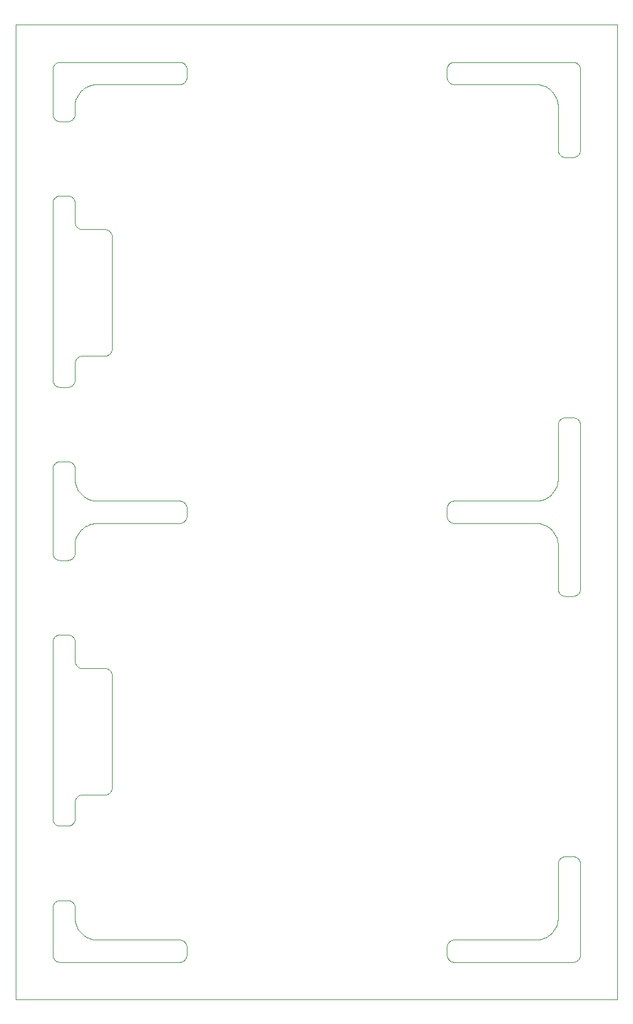
<source format=gm1>
G04 #@! TF.GenerationSoftware,KiCad,Pcbnew,6.0.7+dfsg-1+b1*
G04 #@! TF.CreationDate,2022-09-08T22:48:16+01:00*
G04 #@! TF.ProjectId,panel,70616e65-6c2e-46b6-9963-61645f706362,rev?*
G04 #@! TF.SameCoordinates,Original*
G04 #@! TF.FileFunction,Profile,NP*
%FSLAX46Y46*%
G04 Gerber Fmt 4.6, Leading zero omitted, Abs format (unit mm)*
G04 Created by KiCad (PCBNEW 6.0.7+dfsg-1+b1) date 2022-09-08 22:48:16*
%MOMM*%
%LPD*%
G01*
G04 APERTURE LIST*
G04 #@! TA.AperFunction,Profile*
%ADD10C,0.100000*%
G04 #@! TD*
G04 APERTURE END LIST*
D10*
X26006304Y-82000000D02*
X25830281Y-82005030D01*
X27996801Y-43424209D02*
X28000000Y-43512605D01*
X73573318Y-140883099D02*
X73531039Y-140859148D01*
X37760033Y-81710033D02*
X37724841Y-81743539D01*
X73339966Y-81710033D02*
X73306460Y-81674841D01*
X22058576Y-132701195D02*
X22107036Y-132704770D01*
X38030974Y-81203138D02*
X38020328Y-81250549D01*
X88194826Y-32399740D02*
X88166847Y-32360012D01*
X73846861Y-138019025D02*
X73894737Y-138010718D01*
X73216847Y-20439987D02*
X73244826Y-20400259D01*
X27323446Y-118445907D02*
X27275121Y-118461075D01*
X23097014Y-119070888D02*
X23076439Y-119117174D01*
X23732218Y-77963517D02*
X23834402Y-78075677D01*
X73706480Y-140942125D02*
X73661144Y-140924637D01*
X22388855Y-97050362D02*
X22433278Y-97070053D01*
X20361952Y-86750278D02*
X20325158Y-86718539D01*
X90674841Y-140743539D02*
X90638047Y-140775278D01*
X23191351Y-77053443D02*
X23238524Y-77171537D01*
X23217072Y-101121725D02*
X23266886Y-101179752D01*
X23463988Y-83356097D02*
X23380212Y-83488790D01*
X23016963Y-76315820D02*
X23032994Y-76441716D01*
X37253138Y-22980974D02*
X37205262Y-22989281D01*
X20400259Y-86780173D02*
X20361952Y-86750278D01*
X20010718Y-86130262D02*
X20004770Y-86082036D01*
X25061228Y-23148385D02*
X24936804Y-23191630D01*
X22989281Y-74544737D02*
X22995229Y-74592963D01*
X73092631Y-140297380D02*
X73079671Y-140250549D01*
X28000000Y-58487394D02*
X27996783Y-58576026D01*
X90674841Y-20256460D02*
X90710033Y-20289966D01*
X23460458Y-42341672D02*
X23525703Y-42380091D01*
X20010718Y-133544737D02*
X20019025Y-133496861D01*
X20749450Y-38004671D02*
X20796861Y-37994025D01*
X20796861Y-63680974D02*
X20749450Y-63670328D01*
X20289966Y-38264966D02*
X20325158Y-38231460D01*
X20116900Y-140476681D02*
X20095053Y-140433278D01*
X37483278Y-81904946D02*
X37438855Y-81924637D01*
X20075362Y-122088855D02*
X20057874Y-122043519D01*
X88990122Y-91800000D02*
X88941423Y-91798804D01*
X27984020Y-58676246D02*
X27973776Y-58726091D01*
X87985547Y-76291125D02*
X87995187Y-76164579D01*
X20749450Y-27945328D02*
X20702619Y-27932368D01*
X27774691Y-118131831D02*
X27741854Y-118170081D01*
X23911463Y-42495831D02*
X23993668Y-42499839D01*
X90833152Y-32360012D02*
X90805173Y-32399740D01*
X73054770Y-81107036D02*
X73051195Y-81058576D01*
X27126180Y-59491683D02*
X27075790Y-59496801D01*
X22942125Y-74356480D02*
X22957368Y-74402619D01*
X22638047Y-38199721D02*
X22674841Y-38231460D01*
X22297380Y-122657368D02*
X22250549Y-122670328D01*
X88010718Y-90955262D02*
X88004770Y-90907036D01*
X90058576Y-20001195D02*
X90107036Y-20004770D01*
X90297380Y-20042631D02*
X90343519Y-20057874D01*
X90942125Y-91143519D02*
X90924637Y-91188855D01*
X25085245Y-82140724D02*
X24936804Y-82191630D01*
X88990122Y-67800000D02*
X90009877Y-67800000D01*
X38007368Y-20702619D02*
X38020328Y-20749450D01*
X88325158Y-68056460D02*
X88361952Y-68024721D01*
X23339417Y-118749567D02*
X23302256Y-118783988D01*
X90638047Y-68024721D02*
X90674841Y-68056460D01*
X22388855Y-63624637D02*
X22343519Y-63642125D01*
X22980974Y-86178138D02*
X22970328Y-86225549D01*
X91000000Y-90809877D02*
X90998804Y-90858576D01*
X88325158Y-91543539D02*
X88289966Y-91510033D01*
X73054770Y-22107036D02*
X73051195Y-22058576D01*
X23004812Y-135164579D02*
X23016963Y-135315820D01*
X90957368Y-140297380D02*
X90942125Y-140343519D01*
X20256460Y-86649841D02*
X20224721Y-86613047D01*
X87364479Y-24154062D02*
X87267949Y-24036672D01*
X27706963Y-101793204D02*
X27741854Y-101829918D01*
X20523318Y-86858099D02*
X20481039Y-86834148D01*
X90009877Y-141000000D02*
X74040122Y-141000000D01*
X24969833Y-137817268D02*
X25113847Y-137865830D01*
X88892963Y-126804770D02*
X88941423Y-126801195D01*
X73190851Y-140518960D02*
X73166900Y-140476681D01*
X22904946Y-74266721D02*
X22924637Y-74311144D01*
X88194826Y-91399740D02*
X88166847Y-91360012D01*
X22058576Y-63698804D02*
X22009877Y-63700000D01*
X87761475Y-77171537D02*
X87817268Y-77030166D01*
X22805173Y-133100259D02*
X22833152Y-133139987D01*
X86963327Y-78267949D02*
X87075677Y-78165597D01*
X73107874Y-20656480D02*
X73125362Y-20611144D01*
X23664682Y-118558150D02*
X23594364Y-118586228D01*
X84993666Y-82000000D02*
X74040122Y-82000000D01*
X22970328Y-74449450D02*
X22980974Y-74496861D01*
X37688047Y-20224721D02*
X37724841Y-20256460D01*
X23620327Y-77826309D02*
X23732218Y-77963517D01*
X22998804Y-133641423D02*
X23000000Y-133690122D01*
X38007368Y-79702619D02*
X38020328Y-79749450D01*
X23924322Y-78165597D02*
X24055700Y-78284280D01*
X88256460Y-91474841D02*
X88224721Y-91438047D01*
X22710033Y-122410033D02*
X22674841Y-122443539D01*
X20010718Y-74544737D02*
X20019025Y-74496861D01*
X25708874Y-137985547D02*
X25860716Y-137996470D01*
X73942963Y-140995229D02*
X73894737Y-140989281D01*
X90155262Y-67810718D02*
X90203138Y-67819025D01*
X27323446Y-101554092D02*
X27370940Y-101571689D01*
X20289966Y-63410033D02*
X20256460Y-63374841D01*
X73145053Y-81433278D02*
X73125362Y-81388855D01*
X26987394Y-42500000D02*
X27076026Y-42503216D01*
X88566721Y-91704946D02*
X88523318Y-91683099D01*
X20481039Y-97115851D02*
X20523318Y-97091900D01*
X88256460Y-127125158D02*
X88289966Y-127089966D01*
X87865830Y-25113847D02*
X87817353Y-24970071D01*
X90989281Y-31955262D02*
X90980974Y-32003138D01*
X24509908Y-23389119D02*
X24375225Y-23469156D01*
X20000000Y-140009877D02*
X20000000Y-133690122D01*
X24173690Y-137379672D02*
X24276190Y-137454939D01*
X27670081Y-59241854D02*
X27631831Y-59274691D01*
X22957368Y-97677619D02*
X22970328Y-97724450D01*
X22155262Y-122689281D02*
X22107036Y-122695229D01*
X27507235Y-59361435D02*
X27462742Y-59386130D01*
X38050000Y-138990122D02*
X38050000Y-140009877D01*
X91000000Y-68790122D02*
X91000000Y-90809877D01*
X88361952Y-127024721D02*
X88400259Y-126994826D01*
X23116414Y-84057229D02*
X23076233Y-84182675D01*
X20361952Y-122475278D02*
X20325158Y-122443539D01*
X73752619Y-20042631D02*
X73799450Y-20029671D01*
X20000000Y-133690122D02*
X20001195Y-133641423D01*
X37157036Y-138004770D02*
X37205262Y-138010718D01*
X86826309Y-137379672D02*
X86944493Y-137284117D01*
X23006702Y-100613483D02*
X23018282Y-100689077D01*
X90989281Y-90955262D02*
X90980974Y-91003138D01*
X37974637Y-138611144D02*
X37992125Y-138656480D01*
X90476681Y-67916900D02*
X90518960Y-67940851D01*
X73125362Y-79611144D02*
X73145053Y-79566721D01*
X22343519Y-73757874D02*
X22388855Y-73775362D01*
X73991423Y-22998804D02*
X73942963Y-22995229D01*
X90343519Y-67857874D02*
X90388855Y-67875362D01*
X25558032Y-137966970D02*
X25708874Y-137985547D01*
X25699463Y-23015148D02*
X25518332Y-23038581D01*
X22970328Y-97724450D02*
X22980974Y-97771861D01*
X91000000Y-20990122D02*
X91000000Y-31809877D01*
X22970328Y-86225549D02*
X22957368Y-86272380D01*
X20325158Y-38231460D02*
X20361952Y-38199721D01*
X23099187Y-76763892D02*
X23141679Y-76910076D01*
X90560012Y-67966847D02*
X90599740Y-67994826D01*
X20361952Y-97199721D02*
X20400259Y-97169826D01*
X87995187Y-135164579D02*
X88000000Y-134993666D01*
X37205262Y-138010718D02*
X37253138Y-138019025D01*
X22957368Y-86272380D02*
X22942125Y-86318519D01*
X37793539Y-81674841D02*
X37760033Y-81710033D01*
X88702619Y-126842631D02*
X88749450Y-126829671D01*
X38030974Y-79796861D02*
X38039281Y-79844737D01*
X22942125Y-86318519D02*
X22924637Y-86363855D01*
X37760033Y-140710033D02*
X37724841Y-140743539D01*
X73051195Y-138941423D02*
X73054770Y-138892963D01*
X22203138Y-37994025D02*
X22250549Y-38004671D01*
X73069025Y-79796861D02*
X73079671Y-79749450D01*
X20116900Y-38498318D02*
X20140851Y-38456039D01*
X88140851Y-127281039D02*
X88166847Y-127239987D01*
X20844737Y-122689281D02*
X20796861Y-122680974D01*
X23042375Y-100787183D02*
X23066947Y-100859069D01*
X27973830Y-43274139D02*
X27983978Y-43323520D01*
X90297380Y-91757368D02*
X90250549Y-91770328D01*
X87865830Y-84113847D02*
X87817268Y-83969833D01*
X23238524Y-77171537D02*
X23301405Y-77309899D01*
X23000000Y-119506333D02*
X23000000Y-121709877D01*
X84993666Y-138000000D02*
X85139536Y-137996460D01*
X73306460Y-20325158D02*
X73339966Y-20289966D01*
X73991423Y-138001195D02*
X74040122Y-138000000D01*
X90970328Y-140250549D02*
X90957368Y-140297380D01*
X20481039Y-27834148D02*
X20439987Y-27808152D01*
X27176246Y-101515979D02*
X27225860Y-101526169D01*
X22710033Y-63410033D02*
X22674841Y-63443539D01*
X88941423Y-32798804D02*
X88892963Y-32795229D01*
X23301405Y-136309899D02*
X23371094Y-136444677D01*
X86444900Y-82371214D02*
X86332185Y-82312337D01*
X20166847Y-133139987D02*
X20194826Y-133100259D01*
X20116900Y-27451681D02*
X20095053Y-27408278D01*
X23302256Y-59783988D02*
X23266886Y-59820247D01*
X38045229Y-79892963D02*
X38048804Y-79941423D01*
X38030974Y-140203138D02*
X38020328Y-140250549D01*
X37954946Y-138566721D02*
X37974637Y-138611144D01*
X20702619Y-63657368D02*
X20656480Y-63642125D01*
X73489987Y-79166847D02*
X73531039Y-79140851D01*
X22599740Y-97169826D02*
X22638047Y-97199721D01*
X37933099Y-22476681D02*
X37909148Y-22518960D01*
X90805173Y-140599740D02*
X90775278Y-140638047D01*
X37724841Y-22743539D02*
X37688047Y-22775278D01*
X88140851Y-32318960D02*
X88116900Y-32276681D01*
X90833152Y-91360012D02*
X90805173Y-91399740D01*
X22058576Y-73701195D02*
X22107036Y-73704770D01*
X22775278Y-74061952D02*
X22805173Y-74100259D01*
X37253138Y-138019025D02*
X37300549Y-138029671D01*
X37438855Y-20075362D02*
X37483278Y-20095053D01*
X88004770Y-68692963D02*
X88010718Y-68644737D01*
X20057874Y-133356480D02*
X20075362Y-133311144D01*
X24055700Y-137284280D02*
X24173690Y-137379672D01*
X88796861Y-91780974D02*
X88749450Y-91770328D01*
X90833152Y-20439987D02*
X90859148Y-20481039D01*
X20057874Y-38631480D02*
X20075362Y-38586144D01*
X15012272Y-146000000D02*
X95987727Y-146000000D01*
X22980974Y-27178138D02*
X22970328Y-27225549D01*
X20000000Y-62709877D02*
X20000000Y-38965122D01*
X23478077Y-24335192D02*
X23393342Y-24466969D01*
X20523318Y-63583099D02*
X20481039Y-63559148D01*
X20004770Y-86082036D02*
X20001195Y-86033576D01*
X20439987Y-122533152D02*
X20400259Y-122505173D01*
X73573318Y-81883099D02*
X73531039Y-81859148D01*
X73942963Y-138004770D02*
X73991423Y-138001195D01*
X23032994Y-135441716D02*
X23064273Y-135616236D01*
X27274893Y-59461140D02*
X27226091Y-59473776D01*
X27805699Y-101908217D02*
X27834769Y-101949982D01*
X22599740Y-27780173D02*
X22560012Y-27808152D01*
X95999087Y-145993997D02*
X96000000Y-145987727D01*
X27961075Y-117775121D02*
X27945984Y-117823221D01*
X86171537Y-23238524D02*
X86053443Y-23191351D01*
X20010718Y-38819737D02*
X20019025Y-38771861D01*
X37610012Y-81833152D02*
X37568960Y-81859148D01*
X27462742Y-42613869D02*
X27507235Y-42638564D01*
X73274721Y-138361952D02*
X73306460Y-138325158D01*
X23000000Y-100493666D02*
X23002229Y-100563028D01*
X20004770Y-133592963D02*
X20010718Y-133544737D01*
X22297380Y-97017631D02*
X22343519Y-97032874D01*
X23035552Y-84333971D02*
X23000390Y-84499780D01*
X73054770Y-140107036D02*
X73051195Y-140058576D01*
X20361952Y-20224721D02*
X20400259Y-20194826D01*
X20116900Y-74223318D02*
X20140851Y-74181039D01*
X37205262Y-140989281D02*
X37157036Y-140995229D01*
X22009877Y-86975000D02*
X20990122Y-86975000D01*
X73846861Y-20019025D02*
X73894737Y-20010718D01*
X27631647Y-101725158D02*
X27670257Y-101758304D01*
X20611144Y-20075362D02*
X20656480Y-20057874D01*
X22203138Y-86955974D02*
X22155262Y-86964281D01*
X38020328Y-81250549D02*
X38007368Y-81297380D01*
X88057874Y-127456480D02*
X88075362Y-127411144D01*
X20796861Y-27955974D02*
X20749450Y-27945328D01*
X23397902Y-42298121D02*
X23460458Y-42341672D01*
X27591782Y-118305699D02*
X27550017Y-118334769D01*
X20892963Y-132704770D02*
X20941423Y-132701195D01*
X20010718Y-121855262D02*
X20004770Y-121807036D01*
X22904946Y-86408278D02*
X22883099Y-86451681D01*
X73661144Y-20075362D02*
X73706480Y-20057874D01*
X85615988Y-23064219D02*
X85441716Y-23032994D01*
X73274721Y-22638047D02*
X73244826Y-22599740D01*
X23418520Y-59686734D02*
X23378274Y-59717072D01*
X20029671Y-38724450D02*
X20042631Y-38677619D01*
X22476681Y-38091900D02*
X22518960Y-38115851D01*
X88702619Y-32757368D02*
X88656480Y-32742125D01*
X23016963Y-135315820D02*
X23032994Y-135441716D01*
X22343519Y-27917125D02*
X22297380Y-27932368D01*
X24353514Y-82482952D02*
X24223855Y-82570893D01*
X20256460Y-97300158D02*
X20289966Y-97264966D01*
X20095053Y-27408278D02*
X20075362Y-27363855D01*
X20001195Y-38916423D02*
X20004770Y-38867963D01*
X25364064Y-82067344D02*
X25211728Y-82103936D01*
X87364479Y-136845937D02*
X87454939Y-136723809D01*
X73531039Y-79140851D02*
X73573318Y-79116900D01*
X22833152Y-74139987D02*
X22859148Y-74181039D01*
X73573318Y-22883099D02*
X73531039Y-22859148D01*
X23035341Y-119237412D02*
X23023279Y-119286608D01*
X90883099Y-91276681D02*
X90859148Y-91318960D01*
X20140851Y-27493960D02*
X20116900Y-27451681D01*
X23651445Y-83104505D02*
X23554479Y-83227888D01*
X23180917Y-24886633D02*
X23116414Y-25057229D01*
X20656480Y-122642125D02*
X20611144Y-122624637D01*
X22970328Y-38724450D02*
X22980974Y-38771861D01*
X88289966Y-68089966D02*
X88325158Y-68056460D01*
X90710033Y-68089966D02*
X90743539Y-68125158D01*
X23554479Y-83227888D02*
X23463988Y-83356097D01*
X90343519Y-140942125D02*
X90297380Y-140957368D01*
X20400259Y-20194826D02*
X20439987Y-20166847D01*
X73060718Y-20844737D02*
X73069025Y-20796861D01*
X23131954Y-100995999D02*
X23158190Y-101039328D01*
X20019025Y-38771861D02*
X20029671Y-38724450D01*
X27462953Y-118386020D02*
X27417267Y-118408430D01*
X20325158Y-73956460D02*
X20361952Y-73924721D01*
X73489987Y-81833152D02*
X73450259Y-81805173D01*
X37568960Y-20140851D02*
X37610012Y-20166847D01*
X23000000Y-62709877D02*
X22998804Y-62758576D01*
X20000000Y-38965122D02*
X20001195Y-38916423D01*
X24276190Y-78454939D02*
X24402743Y-78539098D01*
X37855173Y-81599740D02*
X37825278Y-81638047D01*
X88116900Y-91276681D02*
X88095053Y-91233278D01*
X86703226Y-137469261D02*
X86826309Y-137379672D01*
X37649740Y-138194826D02*
X37688047Y-138224721D01*
X23371094Y-136444677D02*
X23461038Y-136597469D01*
X20140851Y-74181039D02*
X20166847Y-74139987D01*
X37526681Y-138116900D02*
X37568960Y-138140851D01*
X38045229Y-81107036D02*
X38039281Y-81155262D01*
X88042631Y-32097380D02*
X88029671Y-32050549D01*
X38020328Y-140250549D02*
X38007368Y-140297380D01*
X20140851Y-122218960D02*
X20116900Y-122176681D01*
X85591425Y-137940824D02*
X85763892Y-137900812D01*
X90433278Y-67895053D02*
X90476681Y-67916900D01*
X90710033Y-91510033D02*
X90674841Y-91543539D01*
X90250549Y-140970328D02*
X90203138Y-140980974D01*
X20224721Y-140638047D02*
X20194826Y-140599740D01*
X22924637Y-133311144D02*
X22942125Y-133356480D01*
X23834402Y-137075677D02*
X23924322Y-137165597D01*
X23035552Y-25333971D02*
X23000470Y-25499269D01*
X90107036Y-140995229D02*
X90058576Y-140998804D01*
X25211728Y-82103936D02*
X25085245Y-82140724D01*
X85139536Y-82003539D02*
X84993666Y-82000000D01*
X90995229Y-127692963D02*
X90998804Y-127741423D01*
X88075362Y-91188855D02*
X88057874Y-91143519D01*
X22638047Y-132924721D02*
X22674841Y-132956460D01*
X23000000Y-38965122D02*
X23000158Y-41506205D01*
X24828462Y-78761475D02*
X24969833Y-78817268D01*
X22995229Y-27082036D02*
X22989281Y-27130262D01*
X73339966Y-22710033D02*
X73306460Y-22674841D01*
X20439987Y-73866847D02*
X20481039Y-73840851D01*
X22638047Y-73924721D02*
X22674841Y-73956460D01*
X20166847Y-97414987D02*
X20194826Y-97375259D01*
X90957368Y-20702619D02*
X90970328Y-20749450D01*
X22476681Y-27858099D02*
X22433278Y-27879946D01*
X22343519Y-86917125D02*
X22297380Y-86932368D01*
X20010718Y-97819737D02*
X20019025Y-97771861D01*
X88892963Y-91795229D02*
X88844737Y-91789281D01*
X37393519Y-22942125D02*
X37347380Y-22957368D01*
X87057686Y-137182698D02*
X87165597Y-137075677D01*
X37393519Y-20057874D02*
X37438855Y-20075362D01*
X20001195Y-133641423D02*
X20004770Y-133592963D01*
X27908331Y-102082517D02*
X27928398Y-102129279D01*
X20566721Y-140904946D02*
X20523318Y-140883099D01*
X20400259Y-73894826D02*
X20439987Y-73866847D01*
X20256460Y-74025158D02*
X20289966Y-73989966D01*
X20256460Y-122374841D02*
X20224721Y-122338047D01*
X20001195Y-74641423D02*
X20004770Y-74592963D01*
X20566721Y-27879946D02*
X20523318Y-27858099D01*
X88611144Y-32724637D02*
X88566721Y-32704946D01*
X25113847Y-137865830D02*
X25260136Y-137907034D01*
X73216847Y-79439987D02*
X73244826Y-79400259D01*
X90904946Y-91233278D02*
X90883099Y-91276681D01*
X20361952Y-38199721D02*
X20400259Y-38169826D01*
X37347380Y-22957368D02*
X37300549Y-22970328D01*
X27417267Y-101591569D02*
X27462742Y-101613869D01*
X22743539Y-133025158D02*
X22775278Y-133061952D01*
X25260136Y-78907034D02*
X25408325Y-78940776D01*
X73531039Y-22859148D02*
X73489987Y-22833152D01*
X20042631Y-121997380D02*
X20029671Y-121950549D01*
X37825278Y-138361952D02*
X37855173Y-138400259D01*
X20481039Y-20140851D02*
X20523318Y-20116900D01*
X23000000Y-133690122D02*
X23000158Y-135006205D01*
X22107036Y-86970229D02*
X22058576Y-86973804D01*
X73942963Y-79004770D02*
X73991423Y-79001195D01*
X23035341Y-60237412D02*
X23023279Y-60286608D01*
X20566721Y-122604946D02*
X20523318Y-122583099D01*
X37825278Y-20361952D02*
X37855173Y-20400259D01*
X37059877Y-20000000D02*
X37108576Y-20001195D01*
X22859148Y-86493960D02*
X22833152Y-86535012D01*
X24402743Y-78539098D02*
X24533176Y-78616613D01*
X37909148Y-81518960D02*
X37883152Y-81560012D01*
X20749450Y-97004671D02*
X20796861Y-96994025D01*
X88892963Y-32795229D02*
X88844737Y-32789281D01*
X22859148Y-74181039D02*
X22883099Y-74223318D01*
X22970328Y-27225549D02*
X22957368Y-27272380D01*
X90957368Y-127502619D02*
X90970328Y-127549450D01*
X20166847Y-38414987D02*
X20194826Y-38375259D01*
X22638047Y-63475278D02*
X22599740Y-63505173D01*
X38020328Y-22250549D02*
X38007368Y-22297380D01*
X22710033Y-97264966D02*
X22743539Y-97300158D01*
X22833152Y-97414987D02*
X22859148Y-97456039D01*
X22009877Y-96975000D02*
X22058576Y-96976195D01*
X90388855Y-140924637D02*
X90343519Y-140942125D01*
X22989281Y-86130262D02*
X22980974Y-86178138D01*
X90250549Y-67829671D02*
X90297380Y-67842631D01*
X73573318Y-79116900D02*
X73616721Y-79095053D01*
X23186587Y-101081273D02*
X23217072Y-101121725D01*
X73244826Y-22599740D02*
X73216847Y-22560012D01*
X20796861Y-73719025D02*
X20844737Y-73710718D01*
X90859148Y-91318960D02*
X90833152Y-91360012D01*
X22599740Y-132894826D02*
X22638047Y-132924721D01*
X73092631Y-22297380D02*
X73079671Y-22250549D01*
X27706963Y-118206795D02*
X27670081Y-118241854D01*
X95987727Y-146000000D02*
X95995295Y-145998394D01*
X87628785Y-83555099D02*
X87552359Y-83424025D01*
X90009877Y-126800000D02*
X90058576Y-126801195D01*
X73050000Y-79990122D02*
X73051195Y-79941423D01*
X90970328Y-32050549D02*
X90957368Y-32097380D01*
X27075790Y-101503198D02*
X27126180Y-101508316D01*
X73079671Y-138749450D02*
X73092631Y-138702619D01*
X28000000Y-102512605D02*
X27999355Y-117525443D01*
X27908331Y-58917482D02*
X27886130Y-58962742D01*
X22805173Y-27574740D02*
X22775278Y-27613047D01*
X27507235Y-118361435D02*
X27462953Y-118386020D01*
X20400259Y-140805173D02*
X20361952Y-140775278D01*
X23000470Y-25499269D02*
X23000000Y-26984877D01*
X38050000Y-79990122D02*
X38050000Y-81009877D01*
X85466503Y-137963211D02*
X85591425Y-137940824D01*
X90980974Y-20796861D02*
X90989281Y-20844737D01*
X20010718Y-27130262D02*
X20004770Y-27082036D01*
X22957368Y-121997380D02*
X22942125Y-122043519D01*
X37483278Y-140904946D02*
X37438855Y-140924637D01*
X90560012Y-32633152D02*
X90518960Y-32659148D01*
X23201878Y-59897902D02*
X23172407Y-59939099D01*
X22904946Y-63133278D02*
X22883099Y-63176681D01*
X20166847Y-140560012D02*
X20140851Y-140518960D01*
X20000000Y-97965122D02*
X20001195Y-97916423D01*
X22476681Y-63583099D02*
X22433278Y-63604946D01*
X23667774Y-24084962D02*
X23554479Y-24227888D01*
X22805173Y-86574740D02*
X22775278Y-86613047D01*
X90805173Y-20400259D02*
X90833152Y-20439987D01*
X88289966Y-32510033D02*
X88256460Y-32474841D01*
X22970328Y-62950549D02*
X22957368Y-62997380D01*
X38030974Y-22203138D02*
X38020328Y-22250549D01*
X22942125Y-27318519D02*
X22924637Y-27363855D01*
X88656480Y-32742125D02*
X88611144Y-32724637D01*
X37059877Y-79000000D02*
X37108576Y-79001195D01*
X15002170Y-15003902D02*
X15000000Y-15012272D01*
X27741854Y-42829918D02*
X27774691Y-42868168D01*
X20611144Y-27899637D02*
X20566721Y-27879946D01*
X87817353Y-24970071D02*
X87761475Y-24828462D01*
X26006432Y-23000000D02*
X25855714Y-23003716D01*
X27945984Y-58823221D02*
X27928310Y-58870940D01*
X90775278Y-68161952D02*
X90805173Y-68200259D01*
X73661144Y-79075362D02*
X73706480Y-79057874D01*
X22433278Y-86879946D02*
X22388855Y-86899637D01*
X90058576Y-126801195D02*
X90107036Y-126804770D01*
X20325158Y-97231460D02*
X20361952Y-97199721D01*
X90343519Y-20057874D02*
X90388855Y-20075362D01*
X20095053Y-38541721D02*
X20116900Y-38498318D01*
X25860716Y-78996470D02*
X26006333Y-79000000D01*
X22998804Y-27033576D02*
X22995229Y-27082036D01*
X27706963Y-42793204D02*
X27741854Y-42829918D01*
X73450259Y-138194826D02*
X73489987Y-138166847D01*
X90998804Y-68741423D02*
X91000000Y-68790122D01*
X20749450Y-86945328D02*
X20702619Y-86932368D01*
X73079671Y-81250549D02*
X73069025Y-81203138D01*
X20116900Y-20523318D02*
X20140851Y-20481039D01*
X23978544Y-82766498D02*
X23863758Y-82873504D01*
X87907034Y-25260136D02*
X87865830Y-25113847D01*
X27928398Y-102129279D02*
X27945984Y-102176778D01*
X20029671Y-133449450D02*
X20042631Y-133402619D01*
X23266886Y-118820247D02*
X23233398Y-118858251D01*
X20057874Y-122043519D02*
X20042631Y-121997380D01*
X90107036Y-32795229D02*
X90058576Y-32798804D01*
X22859148Y-38456039D02*
X22883099Y-38498318D01*
X27961075Y-102224878D02*
X27973830Y-102274139D01*
X96000000Y-15012272D02*
X95998394Y-15004704D01*
X87995187Y-76164579D02*
X88000000Y-75993666D01*
X20749450Y-20029671D02*
X20796861Y-20019025D01*
X22942125Y-63043519D02*
X22924637Y-63088855D01*
X20523318Y-20116900D02*
X20566721Y-20095053D01*
X37992125Y-79656480D02*
X38007368Y-79702619D01*
X22998804Y-62758576D02*
X22995229Y-62807036D01*
X37347380Y-140957368D02*
X37300549Y-140970328D01*
X27928398Y-117870720D02*
X27908331Y-117917482D01*
X22980974Y-38771861D02*
X22989281Y-38819737D01*
X85910076Y-137858320D02*
X86030166Y-137817268D01*
X20029671Y-121950549D02*
X20019025Y-121903138D01*
X88256460Y-32474841D02*
X88224721Y-32438047D01*
X22009877Y-63700000D02*
X20990122Y-63700000D01*
X73060718Y-79844737D02*
X73069025Y-79796861D01*
X25830281Y-82005030D02*
X25674130Y-82017761D01*
X90518960Y-67940851D02*
X90560012Y-67966847D01*
X20566721Y-38070053D02*
X20611144Y-38050362D01*
X23000000Y-26984877D02*
X22998804Y-27033576D01*
X73166900Y-22476681D02*
X73145053Y-22433278D01*
X23029119Y-100738558D02*
X23042375Y-100787183D01*
X27075790Y-59496801D02*
X26987394Y-59500000D01*
X20057874Y-86318519D02*
X20042631Y-86272380D01*
X23301405Y-77309899D02*
X23371094Y-77444677D01*
X22155262Y-96985718D02*
X22203138Y-96994025D01*
X22743539Y-38300158D02*
X22775278Y-38336952D01*
X22989281Y-27130262D02*
X22980974Y-27178138D01*
X22560012Y-63533152D02*
X22518960Y-63559148D01*
X90710033Y-140710033D02*
X90674841Y-140743539D01*
X27741854Y-118170081D02*
X27706963Y-118206795D01*
X73051195Y-81058576D02*
X73050000Y-81009877D01*
X22942125Y-38631480D02*
X22957368Y-38677619D01*
X23172407Y-118939099D02*
X23145060Y-118981736D01*
X20941423Y-140998804D02*
X20892963Y-140995229D01*
X73375158Y-140743539D02*
X73339966Y-140710033D01*
X95993997Y-15000912D02*
X95987727Y-15000000D01*
X23594132Y-42413668D02*
X23664682Y-42441849D01*
X23545060Y-77723809D02*
X23620327Y-77826309D01*
X22805173Y-63299740D02*
X22775278Y-63338047D01*
X88075362Y-68411144D02*
X88095053Y-68366721D01*
X20116900Y-63176681D02*
X20095053Y-63133278D01*
X73846861Y-79019025D02*
X73894737Y-79010718D01*
X22433278Y-122604946D02*
X22388855Y-122624637D01*
X74040122Y-82000000D02*
X73991423Y-81998804D01*
X90998804Y-20941423D02*
X91000000Y-20990122D01*
X22058576Y-37976195D02*
X22107036Y-37979770D01*
X73411952Y-140775278D02*
X73375158Y-140743539D01*
X37954946Y-79566721D02*
X37974637Y-79611144D01*
X90995229Y-68692963D02*
X90998804Y-68741423D01*
X20439987Y-97141847D02*
X20481039Y-97115851D01*
X20656480Y-86917125D02*
X20611144Y-86899637D01*
X20439987Y-86808152D02*
X20400259Y-86780173D01*
X90674841Y-127056460D02*
X90710033Y-127089966D01*
X73060718Y-81155262D02*
X73054770Y-81107036D01*
X73069025Y-20796861D02*
X73079671Y-20749450D01*
X87761475Y-136171537D02*
X87817268Y-136030166D01*
X37688047Y-140775278D02*
X37649740Y-140805173D01*
X37793539Y-79325158D02*
X37825278Y-79361952D01*
X87379672Y-77826309D02*
X87469119Y-77703436D01*
X23191351Y-136053443D02*
X23238524Y-136171537D01*
X90599740Y-67994826D02*
X90638047Y-68024721D01*
X85591425Y-78940824D02*
X85763892Y-78900812D01*
X20796861Y-96994025D02*
X20844737Y-96985718D01*
X88057874Y-91143519D02*
X88042631Y-91097380D01*
X73125362Y-140388855D02*
X73107874Y-140343519D01*
X26006333Y-138000000D02*
X37059877Y-138000000D01*
X37649740Y-22805173D02*
X37610012Y-22833152D01*
X20361952Y-27750278D02*
X20325158Y-27718539D01*
X73799450Y-138029671D02*
X73846861Y-138019025D01*
X20166847Y-74139987D02*
X20194826Y-74100259D01*
X85441716Y-23032994D02*
X85291125Y-23014452D01*
X73050000Y-22009877D02*
X73050000Y-20990122D01*
X37393519Y-79057874D02*
X37438855Y-79075362D01*
X86845937Y-23635520D02*
X86703226Y-23530738D01*
X20990122Y-37975000D02*
X22009877Y-37975000D01*
X22599740Y-63505173D02*
X22560012Y-63533152D01*
X23545060Y-136723809D02*
X23620327Y-136826309D01*
X37108576Y-22998804D02*
X37059877Y-23000000D01*
X23861139Y-59509931D02*
X23810922Y-59518282D01*
X20844737Y-132710718D02*
X20892963Y-132704770D01*
X86703436Y-82530880D02*
X86597469Y-82461038D01*
X87616738Y-136466603D02*
X87687662Y-136332185D01*
X20844737Y-37985718D02*
X20892963Y-37979770D01*
X20256460Y-20325158D02*
X20289966Y-20289966D01*
X74040122Y-141000000D02*
X73991423Y-140998804D01*
X73339966Y-20289966D02*
X73375158Y-20256460D01*
X20256460Y-133025158D02*
X20289966Y-132989966D01*
X73069025Y-138796861D02*
X73079671Y-138749450D01*
X22883099Y-97498318D02*
X22904946Y-97541721D01*
X22883099Y-122176681D02*
X22859148Y-122218960D01*
X23066856Y-60141166D02*
X23049879Y-60188890D01*
X24223855Y-23570893D02*
X24118457Y-23649904D01*
X90203138Y-20019025D02*
X90250549Y-20029671D01*
X24118457Y-23649904D02*
X23997684Y-23749699D01*
X24626201Y-23327255D02*
X24509908Y-23389119D01*
X90883099Y-68323318D02*
X90904946Y-68366721D01*
X87284117Y-77944493D02*
X87379672Y-77826309D01*
X90957368Y-32097380D02*
X90942125Y-32143519D01*
X23339227Y-42250265D02*
X23397902Y-42298121D01*
X38048804Y-79941423D02*
X38050000Y-79990122D01*
X73531039Y-20140851D02*
X73573318Y-20116900D01*
X22995229Y-86082036D02*
X22989281Y-86130262D01*
X37059877Y-141000000D02*
X20990122Y-141000000D01*
X37438855Y-79075362D02*
X37483278Y-79095053D01*
X90476681Y-91683099D02*
X90433278Y-91704946D01*
X87817268Y-136030166D02*
X87865830Y-135886152D01*
X86575974Y-78552359D02*
X86723809Y-78454939D01*
X23049879Y-60188890D02*
X23035341Y-60237412D01*
X87761475Y-83828462D02*
X87698594Y-83690100D01*
X22388855Y-27899637D02*
X22343519Y-27917125D01*
X20095053Y-20566721D02*
X20116900Y-20523318D01*
X20702619Y-73742631D02*
X20749450Y-73729671D01*
X23861139Y-118509931D02*
X23810922Y-118518282D01*
X24510133Y-82388995D02*
X24353514Y-82482952D01*
X22107036Y-63695229D02*
X22058576Y-63698804D01*
X20116900Y-122176681D02*
X20095053Y-122133278D01*
X37760033Y-79289966D02*
X37793539Y-79325158D01*
X90518960Y-91659148D02*
X90476681Y-91683099D01*
X90957368Y-91097380D02*
X90942125Y-91143519D01*
X73411952Y-22775278D02*
X73375158Y-22743539D01*
X73531039Y-81859148D02*
X73489987Y-81833152D01*
X88001195Y-127741423D02*
X88004770Y-127692963D01*
X90904946Y-127366721D02*
X90924637Y-127411144D01*
X23554479Y-24227888D02*
X23478077Y-24335192D01*
X20796861Y-37994025D02*
X20844737Y-37985718D01*
X20481039Y-38115851D02*
X20523318Y-38091900D01*
X20194826Y-38375259D02*
X20224721Y-38336952D01*
X22775278Y-133061952D02*
X22805173Y-133100259D01*
X20566721Y-20095053D02*
X20611144Y-20075362D01*
X22674841Y-63443539D02*
X22638047Y-63475278D01*
X86597256Y-137539098D02*
X86703226Y-137469261D01*
X88796861Y-67819025D02*
X88844737Y-67810718D01*
X20749450Y-63670328D02*
X20702619Y-63657368D01*
X23834402Y-78075677D02*
X23924322Y-78165597D01*
X88029671Y-127549450D02*
X88042631Y-127502619D01*
X88844737Y-67810718D02*
X88892963Y-67804770D01*
X24533176Y-78616613D02*
X24690100Y-78698594D01*
X88075362Y-32188855D02*
X88057874Y-32143519D01*
X87817268Y-83969833D02*
X87761475Y-83828462D01*
X85764137Y-82099253D02*
X85591674Y-82059223D01*
X90989281Y-20844737D02*
X90995229Y-20892963D01*
X73166900Y-79523318D02*
X73190851Y-79481039D01*
X37205262Y-79010718D02*
X37253138Y-79019025D01*
X90859148Y-20481039D02*
X90883099Y-20523318D01*
X23863758Y-82873504D02*
X23754629Y-82986272D01*
X38007368Y-22297380D02*
X37992125Y-22343519D01*
X88000000Y-68790122D02*
X88001195Y-68741423D01*
X20361952Y-73924721D02*
X20400259Y-73894826D01*
X23000000Y-97965122D02*
X23000000Y-100493666D01*
X27417267Y-42591569D02*
X27462742Y-42613869D01*
X27973830Y-102274139D02*
X27983978Y-102323520D01*
X26006333Y-79000000D02*
X37059877Y-79000000D01*
X37205262Y-81989281D02*
X37157036Y-81995229D01*
X37526681Y-20116900D02*
X37568960Y-20140851D01*
X20892963Y-140995229D02*
X20844737Y-140989281D01*
X22995229Y-121807036D02*
X22989281Y-121855262D01*
X27861435Y-59007235D02*
X27834638Y-59050215D01*
X23570888Y-101402985D02*
X23617174Y-101423560D01*
X22009877Y-132700000D02*
X22058576Y-132701195D01*
X90775278Y-91438047D02*
X90743539Y-91474841D01*
X27591591Y-59305839D02*
X27550215Y-59334638D01*
X73069025Y-22203138D02*
X73060718Y-22155262D01*
X73092631Y-20702619D02*
X73107874Y-20656480D01*
X22980974Y-74496861D02*
X22989281Y-74544737D01*
X28000000Y-43512605D02*
X28000000Y-58487394D01*
X90995229Y-20892963D02*
X90998804Y-20941423D01*
X87865830Y-76886152D02*
X87907034Y-76739863D01*
X22388855Y-122624637D02*
X22343519Y-122642125D01*
X22518960Y-63559148D02*
X22476681Y-63583099D01*
X27126415Y-42508346D02*
X27176479Y-42516021D01*
X22155262Y-73710718D02*
X22203138Y-73719025D01*
X22743539Y-86649841D02*
X22710033Y-86685033D01*
X25408325Y-137940776D02*
X25558032Y-137966970D01*
X23064273Y-76616236D02*
X23099187Y-76763892D01*
X22904946Y-27408278D02*
X22883099Y-27451681D01*
X27861435Y-101992764D02*
X27886020Y-102037046D01*
X90989281Y-127644737D02*
X90995229Y-127692963D01*
X22250549Y-122670328D02*
X22203138Y-122680974D01*
X87907034Y-135739863D02*
X87940776Y-135591674D01*
X37059877Y-82000000D02*
X26006304Y-82000000D01*
X88075362Y-127411144D02*
X88095053Y-127366721D01*
X20611144Y-86899637D02*
X20566721Y-86879946D01*
X22433278Y-132795053D02*
X22476681Y-132816900D01*
X20042631Y-86272380D02*
X20029671Y-86225549D01*
X73375158Y-79256460D02*
X73411952Y-79224721D01*
X38050000Y-81009877D02*
X38048804Y-81058576D01*
X88439987Y-126966847D02*
X88481039Y-126940851D01*
X37483278Y-79095053D02*
X37526681Y-79116900D01*
X15001605Y-145995295D02*
X15006002Y-145999087D01*
X37300549Y-138029671D02*
X37347380Y-138042631D01*
X37883152Y-22560012D02*
X37855173Y-22599740D01*
X20019025Y-62903138D02*
X20010718Y-62855262D01*
X23810922Y-101481717D02*
X23860888Y-101490033D01*
X90058576Y-91798804D02*
X90009877Y-91800000D01*
X27275121Y-118461075D02*
X27226091Y-118473776D01*
X90009877Y-32800000D02*
X88990122Y-32800000D01*
X73274721Y-81638047D02*
X73244826Y-81599740D01*
X20075362Y-27363855D02*
X20057874Y-27318519D01*
X37992125Y-81343519D02*
X37974637Y-81388855D01*
X37883152Y-81560012D02*
X37855173Y-81599740D01*
X22433278Y-97070053D02*
X22476681Y-97091900D01*
X86332185Y-78687662D02*
X86444900Y-78628785D01*
X27075790Y-118496801D02*
X26987394Y-118500000D01*
X24791179Y-82250104D02*
X24648755Y-82315992D01*
X27991653Y-43373584D02*
X27996801Y-43424209D01*
X87865830Y-135886152D02*
X87907034Y-135739863D01*
X85466503Y-82036788D02*
X85316071Y-82016992D01*
X88166847Y-91360012D02*
X88140851Y-91318960D01*
X86332185Y-82312337D02*
X86194578Y-82248415D01*
X20029671Y-86225549D02*
X20019025Y-86178138D01*
X23339227Y-101250265D02*
X23398105Y-101298273D01*
X37688047Y-138224721D02*
X37724841Y-138256460D01*
X90476681Y-20116900D02*
X90518960Y-20140851D01*
X90904946Y-20566721D02*
X90924637Y-20611144D01*
X88042631Y-91097380D02*
X88029671Y-91050549D01*
X20941423Y-63698804D02*
X20892963Y-63695229D01*
X22297380Y-38017631D02*
X22343519Y-38032874D01*
X37933099Y-138523318D02*
X37954946Y-138566721D01*
X90433278Y-91704946D02*
X90388855Y-91724637D01*
X38050000Y-22009877D02*
X38048804Y-22058576D01*
X22343519Y-97032874D02*
X22388855Y-97050362D01*
X73991423Y-140998804D02*
X73942963Y-140995229D01*
X88000000Y-75993666D02*
X88000000Y-68790122D01*
X73799450Y-79029671D02*
X73846861Y-79019025D01*
X23000158Y-135006205D02*
X23004812Y-135164579D01*
X27670081Y-118241854D02*
X27631647Y-118274841D01*
X15000000Y-145987727D02*
X15001605Y-145995295D01*
X37438855Y-140924637D02*
X37393519Y-140942125D01*
X73145053Y-140433278D02*
X73125362Y-140388855D01*
X37724841Y-79256460D02*
X37760033Y-79289966D01*
X73450259Y-81805173D02*
X73411952Y-81775278D01*
X90743539Y-68125158D02*
X90775278Y-68161952D01*
X20566721Y-63604946D02*
X20523318Y-63583099D01*
X22998804Y-97916423D02*
X23000000Y-97965122D01*
X90560012Y-126966847D02*
X90599740Y-126994826D01*
X73942963Y-20004770D02*
X73991423Y-20001195D01*
X22883099Y-133223318D02*
X22904946Y-133266721D01*
X37855173Y-22599740D02*
X37825278Y-22638047D01*
X23525926Y-118619787D02*
X23460671Y-118658190D01*
X27945984Y-43176778D02*
X27961075Y-43224878D01*
X37568960Y-22859148D02*
X37526681Y-22883099D01*
X27370940Y-118428310D02*
X27323446Y-118445907D01*
X90710033Y-32510033D02*
X90674841Y-32543539D01*
X20844737Y-140989281D02*
X20796861Y-140980974D01*
X22518960Y-27834148D02*
X22476681Y-27858099D01*
X90743539Y-91474841D02*
X90710033Y-91510033D01*
X20941423Y-96976195D02*
X20990122Y-96975000D01*
X20004770Y-121807036D02*
X20001195Y-121758576D01*
X20075362Y-38586144D02*
X20095053Y-38541721D01*
X27126180Y-101508316D02*
X27176246Y-101515979D01*
X73894737Y-79010718D02*
X73942963Y-79004770D01*
X90805173Y-127200259D02*
X90833152Y-127239987D01*
X37393519Y-81942125D02*
X37347380Y-81957368D01*
X37300549Y-79029671D02*
X37347380Y-79042631D01*
X22743539Y-74025158D02*
X22775278Y-74061952D01*
X73531039Y-140859148D02*
X73489987Y-140833152D01*
X88844737Y-126810718D02*
X88892963Y-126804770D01*
X20702619Y-140957368D02*
X20656480Y-140942125D01*
X87552359Y-83424025D02*
X87454792Y-83275984D01*
X20702619Y-86932368D02*
X20656480Y-86917125D01*
X23810922Y-118518282D02*
X23737167Y-118535407D01*
X37568960Y-138140851D02*
X37610012Y-138166847D01*
X38045229Y-138892963D02*
X38048804Y-138941423D01*
X20004770Y-27082036D02*
X20001195Y-27033576D01*
X38050000Y-20990122D02*
X38050000Y-22009877D01*
X20844737Y-63689281D02*
X20796861Y-63680974D01*
X88439987Y-67966847D02*
X88481039Y-67940851D01*
X37933099Y-20523318D02*
X37954946Y-20566721D01*
X73375158Y-22743539D02*
X73339966Y-22710033D01*
X73145053Y-79566721D02*
X73166900Y-79523318D01*
X23049879Y-41811109D02*
X23076342Y-41882591D01*
X38007368Y-138702619D02*
X38020328Y-138749450D01*
X22833152Y-122260012D02*
X22805173Y-122299740D01*
X20095053Y-133266721D02*
X20116900Y-133223318D01*
X22560012Y-38141847D02*
X22599740Y-38169826D01*
X20194826Y-20400259D02*
X20224721Y-20361952D01*
X22250549Y-86945328D02*
X22203138Y-86955974D01*
X37954946Y-22433278D02*
X37933099Y-22476681D01*
X22998804Y-38916423D02*
X23000000Y-38965122D01*
X88400259Y-67994826D02*
X88439987Y-67966847D01*
X90904946Y-140433278D02*
X90883099Y-140476681D01*
X38048804Y-22058576D02*
X38045229Y-22107036D01*
X20010718Y-20844737D02*
X20019025Y-20796861D01*
X38048804Y-138941423D02*
X38050000Y-138990122D01*
X85316071Y-82016992D02*
X85139536Y-82003539D01*
X22995229Y-133592963D02*
X22998804Y-133641423D01*
X87761475Y-24828462D02*
X87698702Y-24690328D01*
X26987394Y-101500000D02*
X27075790Y-101503198D01*
X27834769Y-118050017D02*
X27805839Y-118091591D01*
X73125362Y-22388855D02*
X73107874Y-22343519D01*
X22476681Y-97091900D02*
X22518960Y-97115851D01*
X23936719Y-101497754D02*
X24006333Y-101500000D01*
X20116900Y-86451681D02*
X20095053Y-86408278D01*
X22250549Y-132729671D02*
X22297380Y-132742631D01*
X84993666Y-79000000D02*
X85139536Y-78996460D01*
X27670081Y-42758145D02*
X27706963Y-42793204D01*
X88001195Y-90858576D02*
X88000000Y-90809877D01*
X20057874Y-140343519D02*
X20042631Y-140297380D01*
X73489987Y-140833152D02*
X73450259Y-140805173D01*
X73339966Y-79289966D02*
X73375158Y-79256460D01*
X22775278Y-97336952D02*
X22805173Y-97375259D01*
X23172407Y-59939099D02*
X23145060Y-59981736D01*
X37393519Y-140942125D02*
X37347380Y-140957368D01*
X23761687Y-101470940D02*
X23810922Y-101481717D01*
X23144929Y-42018046D02*
X23186587Y-42081273D01*
X20019025Y-133496861D02*
X20029671Y-133449450D01*
X90805173Y-91399740D02*
X90775278Y-91438047D01*
X24936804Y-82191630D02*
X24791179Y-82250104D01*
X88941423Y-67801195D02*
X88990122Y-67800000D01*
X85139536Y-78996460D02*
X85316071Y-78983007D01*
X85316071Y-137983007D02*
X85466503Y-137963211D01*
X20400259Y-38169826D02*
X20439987Y-38141847D01*
X20325158Y-20256460D02*
X20361952Y-20224721D01*
X23378274Y-59717072D02*
X23339417Y-59749567D01*
X88001195Y-31858576D02*
X88000000Y-31809877D01*
X22980974Y-133496861D02*
X22989281Y-133544737D01*
X90942125Y-140343519D02*
X90924637Y-140388855D01*
X90674841Y-32543539D02*
X90638047Y-32575278D01*
X22518960Y-97115851D02*
X22560012Y-97141847D01*
X20140851Y-86493960D02*
X20116900Y-86451681D01*
X20224721Y-20361952D02*
X20256460Y-20325158D01*
X22883099Y-86451681D02*
X22859148Y-86493960D01*
X27861435Y-118007235D02*
X27834769Y-118050017D01*
X20523318Y-122583099D02*
X20481039Y-122559148D01*
X88325158Y-32543539D02*
X88289966Y-32510033D01*
X90599740Y-32605173D02*
X90560012Y-32633152D01*
X25408325Y-78940776D02*
X25558032Y-78966970D01*
X20749450Y-122670328D02*
X20702619Y-122657368D01*
X86944493Y-137284117D02*
X87057686Y-137182698D01*
X38039281Y-79844737D02*
X38045229Y-79892963D01*
X27076026Y-42503216D02*
X27126415Y-42508346D01*
X38039281Y-140155262D02*
X38030974Y-140203138D01*
X20990122Y-86975000D02*
X20941423Y-86973804D01*
X22058576Y-96976195D02*
X22107036Y-96979770D01*
X86466603Y-23383261D02*
X86309671Y-23301297D01*
X90250549Y-20029671D02*
X90297380Y-20042631D01*
X87552228Y-77576191D02*
X87628785Y-77444900D01*
X22297380Y-132742631D02*
X22343519Y-132757874D01*
X22250549Y-38004671D02*
X22297380Y-38017631D01*
X20523318Y-132816900D02*
X20566721Y-132795053D01*
X73079671Y-140250549D02*
X73069025Y-140203138D01*
X27591591Y-42694160D02*
X27631647Y-42725158D01*
X22957368Y-27272380D02*
X22942125Y-27318519D01*
X22833152Y-27535012D02*
X22805173Y-27574740D01*
X73616721Y-81904946D02*
X73573318Y-81883099D01*
X90998804Y-31858576D02*
X90995229Y-31907036D01*
X20256460Y-140674841D02*
X20224721Y-140638047D01*
X22957368Y-62997380D02*
X22942125Y-63043519D01*
X37793539Y-138325158D02*
X37825278Y-138361952D01*
X23023279Y-119286608D02*
X23013725Y-119336352D01*
X22155262Y-37985718D02*
X22203138Y-37994025D01*
X73846861Y-81980974D02*
X73799450Y-81970328D01*
X90107036Y-126804770D02*
X90155262Y-126810718D01*
X37157036Y-140995229D02*
X37108576Y-140998804D01*
X87940776Y-84408325D02*
X87907034Y-84260136D01*
X37059877Y-23000000D02*
X26006432Y-23000000D01*
X38030974Y-138796861D02*
X38039281Y-138844737D01*
X20057874Y-20656480D02*
X20075362Y-20611144D01*
X90599740Y-20194826D02*
X90638047Y-20224721D01*
X22995229Y-74592963D02*
X22998804Y-74641423D01*
X90388855Y-20075362D02*
X90433278Y-20095053D01*
X22859148Y-133181039D02*
X22883099Y-133223318D01*
X22833152Y-38414987D02*
X22859148Y-38456039D01*
X88656480Y-91742125D02*
X88611144Y-91724637D01*
X90805173Y-32399740D02*
X90775278Y-32438047D01*
X88019025Y-127596861D02*
X88029671Y-127549450D01*
X20702619Y-122657368D02*
X20656480Y-122642125D01*
X90638047Y-127024721D02*
X90674841Y-127056460D01*
X88057874Y-68456480D02*
X88075362Y-68411144D01*
X15006002Y-145999087D02*
X15012272Y-146000000D01*
X20001195Y-20941423D02*
X20004770Y-20892963D01*
X20029671Y-62950549D02*
X20019025Y-62903138D01*
X27886020Y-117962953D02*
X27861435Y-118007235D01*
X37438855Y-81924637D02*
X37393519Y-81942125D01*
X20941423Y-37976195D02*
X20990122Y-37975000D01*
X20990122Y-20000000D02*
X37059877Y-20000000D01*
X73060718Y-140155262D02*
X73054770Y-140107036D01*
X27928310Y-58870940D02*
X27908331Y-58917482D01*
X20042631Y-27272380D02*
X20029671Y-27225549D01*
X20019025Y-27178138D02*
X20010718Y-27130262D01*
X90710033Y-20289966D02*
X90743539Y-20325158D01*
X27706795Y-59206963D02*
X27670081Y-59241854D01*
X90775278Y-140638047D02*
X90743539Y-140674841D01*
X38048804Y-140058576D02*
X38045229Y-140107036D01*
X88004770Y-31907036D02*
X88001195Y-31858576D01*
X27999355Y-117525443D02*
X27996783Y-117576026D01*
X20566721Y-132795053D02*
X20611144Y-132775362D01*
X23238524Y-136171537D02*
X23301405Y-136309899D01*
X87469119Y-77703436D02*
X87552228Y-77576191D01*
X37954946Y-20566721D02*
X37974637Y-20611144D01*
X85316071Y-78983007D02*
X85466503Y-78963211D01*
X20566721Y-73795053D02*
X20611144Y-73775362D01*
X22775278Y-122338047D02*
X22743539Y-122374841D01*
X24173690Y-78379672D02*
X24276190Y-78454939D01*
X20029671Y-20749450D02*
X20042631Y-20702619D01*
X20042631Y-97677619D02*
X20057874Y-97631480D01*
X20004770Y-20892963D02*
X20010718Y-20844737D01*
X74040122Y-138000000D02*
X84993666Y-138000000D01*
X27928398Y-43129279D02*
X27945984Y-43176778D01*
X87364479Y-83154062D02*
X87267781Y-83036482D01*
X87940776Y-25408325D02*
X87907034Y-25260136D01*
X22989281Y-121855262D02*
X22980974Y-121903138D01*
X20481039Y-63559148D02*
X20439987Y-63533152D01*
X27631647Y-118274841D02*
X27591782Y-118305699D01*
X22859148Y-27493960D02*
X22833152Y-27535012D01*
X88095053Y-127366721D02*
X88116900Y-127323318D01*
X24006333Y-59500000D02*
X23936971Y-59502229D01*
X73706480Y-79057874D02*
X73752619Y-79042631D01*
X90674841Y-68056460D02*
X90710033Y-68089966D01*
X73706480Y-81942125D02*
X73661144Y-81924637D01*
X37347380Y-20042631D02*
X37393519Y-20057874D01*
X27226091Y-118473776D02*
X27176479Y-118483978D01*
X27741854Y-59170081D02*
X27706795Y-59206963D01*
X37253138Y-81980974D02*
X37205262Y-81989281D01*
X22518960Y-73840851D02*
X22560012Y-73866847D01*
X20029671Y-97724450D02*
X20042631Y-97677619D01*
X20001195Y-62758576D02*
X20000000Y-62709877D01*
X22924637Y-97586144D02*
X22942125Y-97631480D01*
X20224721Y-63338047D02*
X20194826Y-63299740D01*
X20439987Y-38141847D02*
X20481039Y-38115851D01*
X25855714Y-23003716D02*
X25699463Y-23015148D01*
X86332185Y-137687662D02*
X86466823Y-137616613D01*
X73752619Y-79042631D02*
X73799450Y-79029671D01*
X37992125Y-138656480D02*
X38007368Y-138702619D01*
X86444900Y-78628785D02*
X86575974Y-78552359D01*
X22343519Y-122642125D02*
X22297380Y-122657368D01*
X85739863Y-23092965D02*
X85615988Y-23064219D01*
X22343519Y-132757874D02*
X22388855Y-132775362D01*
X27550215Y-59334638D02*
X27507235Y-59361435D01*
X37253138Y-20019025D02*
X37300549Y-20029671D01*
X88042631Y-68502619D02*
X88057874Y-68456480D01*
X27886130Y-58962742D02*
X27861435Y-59007235D01*
X20400259Y-97169826D02*
X20439987Y-97141847D01*
X20075362Y-63088855D02*
X20057874Y-63043519D01*
X20361952Y-63475278D02*
X20325158Y-63443539D01*
X20057874Y-97631480D02*
X20075362Y-97586144D01*
X22518960Y-38115851D02*
X22560012Y-38141847D01*
X20439987Y-132866847D02*
X20481039Y-132840851D01*
X22833152Y-133139987D02*
X22859148Y-133181039D01*
X20702619Y-20042631D02*
X20749450Y-20029671D01*
X88481039Y-32659148D02*
X88439987Y-32633152D01*
X90924637Y-127411144D02*
X90942125Y-127456480D01*
X38048804Y-81058576D02*
X38045229Y-81107036D01*
X37992125Y-22343519D02*
X37974637Y-22388855D01*
X90203138Y-126819025D02*
X90250549Y-126829671D01*
X87698702Y-24690328D02*
X87616613Y-24533176D01*
X37483278Y-20095053D02*
X37526681Y-20116900D01*
X22250549Y-97004671D02*
X22297380Y-97017631D01*
X20481039Y-86834148D02*
X20439987Y-86808152D01*
X90518960Y-32659148D02*
X90476681Y-32683099D01*
X90476681Y-126916900D02*
X90518960Y-126940851D01*
X22970328Y-121950549D02*
X22957368Y-121997380D01*
X86944493Y-82715882D02*
X86826106Y-82620174D01*
X20075362Y-97586144D02*
X20095053Y-97541721D01*
X88095053Y-32233278D02*
X88075362Y-32188855D01*
X38039281Y-81155262D02*
X38030974Y-81203138D01*
X22980974Y-97771861D02*
X22989281Y-97819737D01*
X90980974Y-91003138D02*
X90970328Y-91050549D01*
X73411952Y-81775278D02*
X73375158Y-81743539D01*
X37909148Y-20481039D02*
X37933099Y-20523318D01*
X20844737Y-96985718D02*
X20892963Y-96979770D01*
X27834769Y-42949982D02*
X27861555Y-42992969D01*
X73190851Y-81518960D02*
X73166900Y-81476681D01*
X22476681Y-86858099D02*
X22433278Y-86879946D01*
X73531039Y-138140851D02*
X73573318Y-138116900D01*
X37974637Y-22388855D02*
X37954946Y-22433278D01*
X20042631Y-74402619D02*
X20057874Y-74356480D01*
X20075362Y-86363855D02*
X20057874Y-86318519D01*
X23000000Y-121709877D02*
X22998804Y-121758576D01*
X26987394Y-118500000D02*
X24006333Y-118500000D01*
X20289966Y-20289966D02*
X20325158Y-20256460D01*
X73050000Y-138990122D02*
X73051195Y-138941423D01*
X22107036Y-27970229D02*
X22058576Y-27973804D01*
X20656480Y-73757874D02*
X20702619Y-73742631D01*
X73894737Y-81989281D02*
X73846861Y-81980974D01*
X23860888Y-101490033D02*
X23936719Y-101497754D01*
X22883099Y-63176681D02*
X22859148Y-63218960D01*
X73216847Y-81560012D02*
X73190851Y-81518960D01*
X87698594Y-83690100D02*
X87628785Y-83555099D01*
X73616721Y-22904946D02*
X73573318Y-22883099D01*
X86845937Y-78364479D02*
X86963327Y-78267949D01*
X90560012Y-91633152D02*
X90518960Y-91659148D01*
X90599740Y-126994826D02*
X90638047Y-127024721D01*
X90297380Y-67842631D02*
X90343519Y-67857874D01*
X27370940Y-59428310D02*
X27323221Y-59445984D01*
X90388855Y-126875362D02*
X90433278Y-126895053D01*
X24375225Y-23469156D02*
X24223855Y-23570893D01*
X38007368Y-81297380D02*
X37992125Y-81343519D01*
X73145053Y-22433278D02*
X73125362Y-22388855D01*
X73051195Y-79941423D02*
X73054770Y-79892963D01*
X22155262Y-132710718D02*
X22203138Y-132719025D01*
X20029671Y-74449450D02*
X20042631Y-74402619D01*
X87995187Y-84835420D02*
X87983036Y-84684179D01*
X73050000Y-140009877D02*
X73050000Y-138990122D01*
X22009877Y-73700000D02*
X22058576Y-73701195D01*
X90638047Y-91575278D02*
X90599740Y-91605173D01*
X23145060Y-59981736D02*
X23119908Y-60025703D01*
X86053443Y-23191351D02*
X85885909Y-23134097D01*
X37825278Y-79361952D02*
X37855173Y-79400259D01*
X87165597Y-82924322D02*
X87057686Y-82817301D01*
X38007368Y-140297380D02*
X37992125Y-140343519D01*
X88194826Y-127200259D02*
X88224721Y-127161952D01*
X25674130Y-82017761D02*
X25543495Y-82034661D01*
X88941423Y-91798804D02*
X88892963Y-91795229D01*
X22924637Y-27363855D02*
X22904946Y-27408278D01*
X85291125Y-23014452D02*
X85164326Y-23004796D01*
X37393519Y-138057874D02*
X37438855Y-138075362D01*
X73661144Y-140924637D02*
X73616721Y-140904946D01*
X88019025Y-32003138D02*
X88010718Y-31955262D01*
X20611144Y-132775362D02*
X20656480Y-132757874D01*
X23339417Y-59749567D02*
X23302256Y-59783988D01*
X26987394Y-59500000D02*
X24006333Y-59500000D01*
X87999999Y-26006207D02*
X87995187Y-25835420D01*
X37825278Y-140638047D02*
X37793539Y-140674841D01*
X37909148Y-138481039D02*
X37933099Y-138523318D01*
X22638047Y-27750278D02*
X22599740Y-27780173D01*
X90833152Y-68239987D02*
X90859148Y-68281039D01*
X90924637Y-20611144D02*
X90942125Y-20656480D01*
X23004168Y-41588536D02*
X23013725Y-41663647D01*
X20057874Y-27318519D02*
X20042631Y-27272380D01*
X37909148Y-79481039D02*
X37933099Y-79523318D01*
X73489987Y-22833152D02*
X73450259Y-22805173D01*
X87267949Y-24036672D02*
X87165597Y-23924322D01*
X23002229Y-100563028D02*
X23006702Y-100613483D01*
X23186587Y-42081273D02*
X23233236Y-42141554D01*
X27945984Y-102176778D02*
X27961075Y-102224878D01*
X23141679Y-135910076D02*
X23191351Y-136053443D01*
X37883152Y-79439987D02*
X37909148Y-79481039D01*
X20224721Y-122338047D02*
X20194826Y-122299740D01*
X37649740Y-20194826D02*
X37688047Y-20224721D01*
X73079671Y-22250549D02*
X73069025Y-22203138D01*
X22674841Y-38231460D02*
X22710033Y-38264966D01*
X90970328Y-20749450D02*
X90980974Y-20796861D01*
X22674841Y-97231460D02*
X22710033Y-97264966D01*
X86194578Y-82248415D02*
X86030166Y-82182731D01*
X22343519Y-38032874D02*
X22388855Y-38050362D01*
X23786608Y-42476720D02*
X23836102Y-42486233D01*
X37483278Y-22904946D02*
X37438855Y-22924637D01*
X37883152Y-138439987D02*
X37909148Y-138481039D01*
X23737167Y-59535407D02*
X23664682Y-59558150D01*
X20095053Y-86408278D02*
X20075362Y-86363855D01*
X88029671Y-32050549D02*
X88019025Y-32003138D01*
X27274893Y-101538859D02*
X27323446Y-101554092D01*
X22203138Y-27955974D02*
X22155262Y-27964281D01*
X95987727Y-15000000D02*
X15009809Y-15000057D01*
X20656480Y-38032874D02*
X20702619Y-38017631D01*
X20166847Y-86535012D02*
X20140851Y-86493960D01*
X73339966Y-138289966D02*
X73375158Y-138256460D01*
X87687662Y-136332185D02*
X87761475Y-136171537D01*
X20990122Y-141000000D02*
X20941423Y-140998804D01*
X88166847Y-32360012D02*
X88140851Y-32318960D01*
X73661144Y-22924637D02*
X73616721Y-22904946D01*
X22476681Y-132816900D02*
X22518960Y-132840851D01*
X86030166Y-82182731D02*
X85909836Y-82141600D01*
X23058235Y-119164443D02*
X23035341Y-119237412D01*
X25236357Y-23097459D02*
X25061228Y-23148385D01*
X88057874Y-32143519D02*
X88042631Y-32097380D01*
X37825278Y-22638047D02*
X37793539Y-22674841D01*
X37649740Y-79194826D02*
X37688047Y-79224721D01*
X23076233Y-25182675D02*
X23035552Y-25333971D01*
X90343519Y-126857874D02*
X90388855Y-126875362D01*
X73894737Y-20010718D02*
X73942963Y-20004770D01*
X22297380Y-27932368D02*
X22250549Y-27945328D01*
X22250549Y-27945328D02*
X22203138Y-27955974D01*
X22599740Y-86780173D02*
X22560012Y-86808152D01*
X20256460Y-63374841D02*
X20224721Y-63338047D01*
X27805839Y-118091591D02*
X27774691Y-118131831D01*
X27550215Y-42665361D02*
X27591591Y-42694160D01*
X20019025Y-86178138D02*
X20010718Y-86130262D01*
X88523318Y-126916900D02*
X88566721Y-126895053D01*
X20075362Y-133311144D02*
X20095053Y-133266721D01*
X90107036Y-67804770D02*
X90155262Y-67810718D01*
X37347380Y-79042631D02*
X37393519Y-79057874D01*
X23378274Y-118717072D02*
X23339417Y-118749567D01*
X23303373Y-24625617D02*
X23244380Y-24743393D01*
X22009877Y-27975000D02*
X20990122Y-27975000D01*
X20194826Y-140599740D02*
X20166847Y-140560012D01*
X24690100Y-78698594D02*
X24828462Y-78761475D01*
X20194826Y-86574740D02*
X20166847Y-86535012D01*
X37610012Y-79166847D02*
X37649740Y-79194826D01*
X22883099Y-74223318D02*
X22904946Y-74266721D01*
X20075362Y-140388855D02*
X20057874Y-140343519D01*
X91000000Y-127790122D02*
X91000000Y-140009877D01*
X20289966Y-122410033D02*
X20256460Y-122374841D01*
X87075677Y-78165597D02*
X87182698Y-78057686D01*
X22989281Y-38819737D02*
X22995229Y-38867963D01*
X88010718Y-127644737D02*
X88019025Y-127596861D01*
X90433278Y-32704946D02*
X90388855Y-32724637D01*
X20075362Y-20611144D02*
X20095053Y-20566721D01*
X73661144Y-138075362D02*
X73706480Y-138057874D01*
X27176479Y-118483978D02*
X27126180Y-118491683D01*
X22743539Y-122374841D02*
X22710033Y-122410033D01*
X73274721Y-79361952D02*
X73306460Y-79325158D01*
X22883099Y-27451681D02*
X22859148Y-27493960D01*
X90859148Y-127281039D02*
X90883099Y-127323318D01*
X27908331Y-117917482D02*
X27886020Y-117962953D01*
X20361952Y-132924721D02*
X20400259Y-132894826D01*
X23460671Y-59658190D02*
X23418520Y-59686734D01*
X22638047Y-97199721D02*
X22674841Y-97231460D01*
X73107874Y-138656480D02*
X73125362Y-138611144D01*
X20001195Y-27033576D02*
X20000000Y-26984877D01*
X87967005Y-76441716D02*
X87985547Y-76291125D01*
X88611144Y-126875362D02*
X88656480Y-126857874D01*
X90980974Y-127596861D02*
X90989281Y-127644737D01*
X22297380Y-63657368D02*
X22250549Y-63670328D01*
X23266886Y-59820247D02*
X23233398Y-59858251D01*
X24006333Y-101500000D02*
X26987394Y-101500000D01*
X27417267Y-59408430D02*
X27370940Y-59428310D01*
X20400259Y-63505173D02*
X20361952Y-63475278D01*
X90980974Y-140203138D02*
X90970328Y-140250549D01*
X22674841Y-132956460D02*
X22710033Y-132989966D01*
X73306460Y-81674841D02*
X73274721Y-81638047D01*
X23936971Y-59502229D02*
X23861139Y-59509931D01*
X23266886Y-101179752D02*
X23302256Y-101216011D01*
X22638047Y-86750278D02*
X22599740Y-86780173D01*
X87940776Y-135591674D02*
X87967005Y-135441716D01*
X73216847Y-22560012D02*
X73190851Y-22518960D01*
X23029059Y-41738312D02*
X23049879Y-41811109D01*
X20523318Y-38091900D02*
X20566721Y-38070053D01*
X88289966Y-91510033D02*
X88256460Y-91474841D01*
X73166900Y-138523318D02*
X73190851Y-138481039D01*
X37933099Y-81476681D02*
X37909148Y-81518960D01*
X73894737Y-22989281D02*
X73846861Y-22980974D01*
X38050000Y-140009877D02*
X38048804Y-140058576D01*
X27991683Y-117626180D02*
X27983978Y-117676479D01*
X73450259Y-22805173D02*
X73411952Y-22775278D01*
X22805173Y-97375259D02*
X22833152Y-97414987D01*
X27996783Y-117576026D02*
X27991683Y-117626180D01*
X37300549Y-20029671D02*
X37347380Y-20042631D01*
X20702619Y-132742631D02*
X20749450Y-132729671D01*
X37108576Y-79001195D02*
X37157036Y-79004770D01*
X37300549Y-22970328D02*
X37253138Y-22980974D01*
X23283988Y-42197743D02*
X23339227Y-42250265D01*
X90476681Y-140883099D02*
X90433278Y-140904946D01*
X73706480Y-138057874D02*
X73752619Y-138042631D01*
X37253138Y-140980974D02*
X37205262Y-140989281D01*
X22924637Y-74311144D02*
X22942125Y-74356480D01*
X73092631Y-79702619D02*
X73107874Y-79656480D01*
X88095053Y-68366721D02*
X88116900Y-68323318D01*
X23737412Y-42464658D02*
X23786608Y-42476720D01*
X27741854Y-101829918D02*
X27774691Y-101868168D01*
X90924637Y-32188855D02*
X90904946Y-32233278D01*
X88140851Y-68281039D02*
X88166847Y-68239987D01*
X23099187Y-135763892D02*
X23141679Y-135910076D01*
X27225860Y-42526169D02*
X27274893Y-42538859D01*
X27991683Y-58626180D02*
X27984020Y-58676246D01*
X37793539Y-20325158D02*
X37825278Y-20361952D01*
X88702619Y-91757368D02*
X88656480Y-91742125D01*
X38039281Y-20844737D02*
X38045229Y-20892963D01*
X38045229Y-140107036D02*
X38039281Y-140155262D01*
X73799450Y-140970328D02*
X73752619Y-140957368D01*
X24690100Y-137698594D02*
X24828462Y-137761475D01*
X22476681Y-73816900D02*
X22518960Y-73840851D01*
X90995229Y-90907036D02*
X90989281Y-90955262D01*
X20656480Y-63642125D02*
X20611144Y-63624637D01*
X20095053Y-63133278D02*
X20075362Y-63088855D01*
X73306460Y-138325158D02*
X73339966Y-138289966D01*
X90250549Y-32770328D02*
X90203138Y-32780974D01*
X20224721Y-86613047D02*
X20194826Y-86574740D01*
X24791416Y-23250004D02*
X24626201Y-23327255D01*
X88566721Y-67895053D02*
X88611144Y-67875362D01*
X90970328Y-127549450D02*
X90980974Y-127596861D01*
X22998804Y-74641423D02*
X23000000Y-74690122D01*
X24098482Y-82665701D02*
X23978544Y-82766498D01*
X87075677Y-23834402D02*
X86963327Y-23732050D01*
X22433278Y-27879946D02*
X22388855Y-27899637D01*
X90883099Y-127323318D02*
X90904946Y-127366721D01*
X27507235Y-101638564D02*
X27550215Y-101665361D01*
X23233236Y-42141554D02*
X23283988Y-42197743D01*
X90155262Y-126810718D02*
X90203138Y-126819025D01*
X73991423Y-79001195D02*
X74040122Y-79000000D01*
X20749450Y-132729671D02*
X20796861Y-132719025D01*
X73616721Y-138095053D02*
X73661144Y-138075362D01*
X20029671Y-140250549D02*
X20019025Y-140203138D01*
X90998804Y-140058576D02*
X90995229Y-140107036D01*
X20892963Y-63695229D02*
X20844737Y-63689281D01*
X23233398Y-118858251D02*
X23201878Y-118897902D01*
X23108060Y-100951622D02*
X23131954Y-100995999D01*
X37688047Y-22775278D02*
X37649740Y-22805173D01*
X90155262Y-140989281D02*
X90107036Y-140995229D01*
X23180917Y-83886633D02*
X23116414Y-84057229D01*
X27774691Y-59131831D02*
X27741854Y-59170081D01*
X20892963Y-73704770D02*
X20941423Y-73701195D01*
X90638047Y-32575278D02*
X90599740Y-32605173D01*
X90297380Y-32757368D02*
X90250549Y-32770328D01*
X22995229Y-62807036D02*
X22989281Y-62855262D01*
X86597469Y-82461038D02*
X86444900Y-82371214D01*
X20400259Y-132894826D02*
X20439987Y-132866847D01*
X24936804Y-23191630D02*
X24791416Y-23250004D01*
X88325158Y-127056460D02*
X88361952Y-127024721D01*
X90970328Y-68549450D02*
X90980974Y-68596861D01*
X22107036Y-132704770D02*
X22155262Y-132710718D01*
X20042631Y-20702619D02*
X20057874Y-20656480D01*
X90859148Y-68281039D02*
X90883099Y-68323318D01*
X85466503Y-78963211D02*
X85591425Y-78940824D01*
X85763892Y-78900812D02*
X85910076Y-78858320D01*
X27176246Y-59484020D02*
X27126180Y-59491683D01*
X37300549Y-81970328D02*
X37253138Y-81980974D01*
X73411952Y-79224721D02*
X73450259Y-79194826D01*
X90775278Y-32438047D02*
X90743539Y-32474841D01*
X20325158Y-63443539D02*
X20289966Y-63410033D01*
X37724841Y-138256460D02*
X37760033Y-138289966D01*
X20057874Y-63043519D02*
X20042631Y-62997380D01*
X88001195Y-68741423D02*
X88004770Y-68692963D01*
X90989281Y-68644737D02*
X90995229Y-68692963D01*
X88194826Y-68200259D02*
X88224721Y-68161952D01*
X73306460Y-140674841D02*
X73274721Y-140638047D01*
X73054770Y-20892963D02*
X73060718Y-20844737D01*
X90638047Y-140775278D02*
X90599740Y-140805173D01*
X22250549Y-73729671D02*
X22297380Y-73742631D01*
X22058576Y-86973804D02*
X22009877Y-86975000D01*
X20224721Y-74061952D02*
X20256460Y-74025158D01*
X90942125Y-20656480D02*
X90957368Y-20702619D01*
X20289966Y-73989966D02*
X20325158Y-73956460D01*
X86053443Y-78808648D02*
X86171303Y-78761572D01*
X24402743Y-137539098D02*
X24533176Y-137616613D01*
X37954946Y-140433278D02*
X37933099Y-140476681D01*
X20289966Y-140710033D02*
X20256460Y-140674841D01*
X23064273Y-135616236D02*
X23099187Y-135763892D01*
X74040122Y-20000000D02*
X90009877Y-20000000D01*
X73244826Y-20400259D02*
X73274721Y-20361952D01*
X20000000Y-26984877D02*
X20000000Y-20990122D01*
X20941423Y-132701195D02*
X20990122Y-132700000D01*
X22599740Y-122505173D02*
X22560012Y-122533152D01*
X20702619Y-97017631D02*
X20749450Y-97004671D01*
X37526681Y-79116900D02*
X37568960Y-79140851D01*
X20194826Y-133100259D02*
X20224721Y-133061952D01*
X20001195Y-86033576D02*
X20000000Y-85984877D01*
X73107874Y-81343519D02*
X73092631Y-81297380D01*
X85910076Y-78858320D02*
X86053443Y-78808648D01*
X37438855Y-138075362D02*
X37483278Y-138095053D01*
X88361952Y-91575278D02*
X88325158Y-91543539D01*
X88796861Y-126819025D02*
X88844737Y-126810718D01*
X22155262Y-27964281D02*
X22107036Y-27970229D01*
X38048804Y-20941423D02*
X38050000Y-20990122D01*
X90998804Y-127741423D02*
X91000000Y-127790122D01*
X88224721Y-127161952D02*
X88256460Y-127125158D01*
X27908331Y-43082517D02*
X27928398Y-43129279D01*
X88749450Y-32770328D02*
X88702619Y-32757368D01*
X90388855Y-32724637D02*
X90343519Y-32742125D01*
X37649740Y-140805173D02*
X37610012Y-140833152D01*
X88000000Y-134993666D02*
X88000000Y-127790122D01*
X90833152Y-127239987D02*
X90859148Y-127281039D01*
X20325158Y-86718539D02*
X20289966Y-86685033D01*
X20019025Y-97771861D02*
X20029671Y-97724450D01*
X22058576Y-27973804D02*
X22009877Y-27975000D01*
X90924637Y-68411144D02*
X90942125Y-68456480D01*
X20289966Y-27685033D02*
X20256460Y-27649841D01*
X90743539Y-127125158D02*
X90775278Y-127161952D01*
X20892963Y-20004770D02*
X20941423Y-20001195D01*
X86723809Y-78454939D02*
X86845937Y-78364479D01*
X88224721Y-32438047D02*
X88194826Y-32399740D01*
X22388855Y-132775362D02*
X22433278Y-132795053D01*
X88523318Y-91683099D02*
X88481039Y-91659148D01*
X22518960Y-132840851D02*
X22560012Y-132866847D01*
X20140851Y-20481039D02*
X20166847Y-20439987D01*
X37568960Y-140859148D02*
X37526681Y-140883099D01*
X88000000Y-31809877D02*
X87999999Y-26006207D01*
X73894737Y-138010718D02*
X73942963Y-138004770D01*
X23086228Y-100905635D02*
X23108060Y-100951622D01*
X20566721Y-86879946D02*
X20523318Y-86858099D01*
X22518960Y-122559148D02*
X22476681Y-122583099D01*
X22833152Y-86535012D02*
X22805173Y-86574740D01*
X73306460Y-22674841D02*
X73274721Y-22638047D01*
X20019025Y-20796861D02*
X20029671Y-20749450D01*
X20439987Y-63533152D02*
X20400259Y-63505173D01*
X84993666Y-23000000D02*
X74040122Y-23000000D01*
X23836102Y-42486233D02*
X23911463Y-42495831D01*
X23461038Y-136597469D02*
X23545060Y-136723809D01*
X20325158Y-132956460D02*
X20361952Y-132924721D01*
X90599740Y-91605173D02*
X90560012Y-91633152D01*
X85139536Y-137996460D02*
X85316071Y-137983007D01*
X22674841Y-27718539D02*
X22638047Y-27750278D01*
X37610012Y-22833152D02*
X37568960Y-22859148D01*
X20656480Y-132757874D02*
X20702619Y-132742631D01*
X90859148Y-32318960D02*
X90833152Y-32360012D01*
X23302256Y-101216011D02*
X23339227Y-101250265D01*
X20166847Y-27535012D02*
X20140851Y-27493960D01*
X86826106Y-82620174D02*
X86703436Y-82530880D01*
X22924637Y-86363855D02*
X22904946Y-86408278D01*
X87628785Y-77444900D02*
X87698594Y-77309899D01*
X20095053Y-140433278D02*
X20075362Y-140388855D01*
X37205262Y-20010718D02*
X37253138Y-20019025D01*
X73274721Y-140638047D02*
X73244826Y-140599740D01*
X88010718Y-68644737D02*
X88019025Y-68596861D01*
X22297380Y-86932368D02*
X22250549Y-86945328D01*
X87165597Y-137075677D02*
X87267949Y-136963327D01*
X88941423Y-126801195D02*
X88990122Y-126800000D01*
X22904946Y-38541721D02*
X22924637Y-38586144D01*
X22560012Y-132866847D02*
X22599740Y-132894826D01*
X27550215Y-101665361D02*
X27591591Y-101694160D01*
X23393342Y-24466969D02*
X23303373Y-24625617D01*
X87983036Y-84684179D02*
X87966970Y-84558032D01*
X20611144Y-140924637D02*
X20566721Y-140904946D01*
X23461038Y-77597469D02*
X23545060Y-77723809D01*
X73846861Y-22980974D02*
X73799450Y-22970328D01*
X20990122Y-96975000D02*
X22009877Y-96975000D01*
X20194826Y-122299740D02*
X20166847Y-122260012D01*
X37157036Y-79004770D02*
X37205262Y-79010718D01*
X20481039Y-122559148D02*
X20439987Y-122533152D01*
X20796861Y-140980974D02*
X20749450Y-140970328D01*
X37688047Y-81775278D02*
X37649740Y-81805173D01*
X22805173Y-38375259D02*
X22833152Y-38414987D01*
X20892963Y-96979770D02*
X20941423Y-96976195D01*
X88611144Y-91724637D02*
X88566721Y-91704946D01*
X73125362Y-20611144D02*
X73145053Y-20566721D01*
X27774691Y-101868168D02*
X27805699Y-101908217D01*
X90674841Y-91543539D02*
X90638047Y-91575278D01*
X22924637Y-38586144D02*
X22942125Y-38631480D01*
X22203138Y-63680974D02*
X22155262Y-63689281D01*
X90710033Y-127089966D02*
X90743539Y-127125158D01*
X24276190Y-137454939D02*
X24402743Y-137539098D01*
X90859148Y-140518960D02*
X90833152Y-140560012D01*
X87616613Y-24533176D02*
X87539098Y-24402743D01*
X87698594Y-77309899D02*
X87761475Y-77171537D01*
X22107036Y-96979770D02*
X22155262Y-96985718D01*
X38039281Y-22155262D02*
X38030974Y-22203138D01*
X87999999Y-85006207D02*
X87995187Y-84835420D01*
X22009877Y-37975000D02*
X22058576Y-37976195D01*
X20019025Y-74496861D02*
X20029671Y-74449450D01*
X88019025Y-91003138D02*
X88010718Y-90955262D01*
X20796861Y-20019025D02*
X20844737Y-20010718D01*
X87985547Y-135291125D02*
X87995187Y-135164579D01*
X27225860Y-101526169D02*
X27274893Y-101538859D01*
X25860716Y-137996470D02*
X26006333Y-138000000D01*
X22107036Y-122695229D02*
X22058576Y-122698804D01*
X87454939Y-24276190D02*
X87364479Y-24154062D01*
X90203138Y-67819025D02*
X90250549Y-67829671D01*
X20140851Y-63218960D02*
X20116900Y-63176681D01*
X25708874Y-78985547D02*
X25860716Y-78996470D01*
X20439987Y-140833152D02*
X20400259Y-140805173D01*
X27983978Y-102323520D02*
X27991653Y-102373584D01*
X90388855Y-91724637D02*
X90343519Y-91742125D01*
X37610012Y-140833152D02*
X37568960Y-140859148D01*
X73616721Y-140904946D02*
X73573318Y-140883099D01*
X15009809Y-15000057D02*
X15002170Y-15003902D01*
X27961075Y-43224878D02*
X27973830Y-43274139D01*
X73166900Y-140476681D02*
X73145053Y-140433278D01*
X23525926Y-101380212D02*
X23570888Y-101402985D01*
X22674841Y-73956460D02*
X22710033Y-73989966D01*
X37883152Y-20439987D02*
X37909148Y-20481039D01*
X73190851Y-22518960D02*
X73166900Y-22476681D01*
X73054770Y-138892963D02*
X73060718Y-138844737D01*
X87182698Y-78057686D02*
X87284117Y-77944493D01*
X90058576Y-32798804D02*
X90009877Y-32800000D01*
X37610012Y-20166847D02*
X37649740Y-20194826D01*
X90203138Y-32780974D02*
X90155262Y-32789281D01*
X88439987Y-32633152D02*
X88400259Y-32605173D01*
X27834769Y-101949982D02*
X27861435Y-101992764D01*
X90638047Y-20224721D02*
X90674841Y-20256460D01*
X22904946Y-133266721D02*
X22924637Y-133311144D01*
X20892963Y-122695229D02*
X20844737Y-122689281D01*
X87165597Y-23924322D02*
X87075677Y-23834402D01*
X88166847Y-127239987D02*
X88194826Y-127200259D01*
X20194826Y-27574740D02*
X20166847Y-27535012D01*
X22989281Y-62855262D02*
X22980974Y-62903138D01*
X73060718Y-22155262D02*
X73054770Y-22107036D01*
X22560012Y-97141847D02*
X22599740Y-97169826D01*
X37825278Y-81638047D02*
X37793539Y-81674841D01*
X73375158Y-20256460D02*
X73411952Y-20224721D01*
X73107874Y-140343519D02*
X73092631Y-140297380D01*
X88523318Y-32683099D02*
X88481039Y-32659148D01*
X23460671Y-118658190D02*
X23418520Y-118686734D01*
X22775278Y-86613047D02*
X22743539Y-86649841D01*
X90250549Y-126829671D02*
X90297380Y-126842631D01*
X86963327Y-23732050D02*
X86845937Y-23635520D01*
X22560012Y-73866847D02*
X22599740Y-73894826D01*
X86576191Y-23447771D02*
X86466603Y-23383261D01*
X22743539Y-97300158D02*
X22775278Y-97336952D01*
X90942125Y-32143519D02*
X90924637Y-32188855D01*
X23076233Y-84182675D02*
X23035552Y-84333971D01*
X37157036Y-22995229D02*
X37108576Y-22998804D01*
X20140851Y-140518960D02*
X20116900Y-140476681D01*
X73274721Y-20361952D02*
X73306460Y-20325158D01*
X37954946Y-81433278D02*
X37933099Y-81476681D01*
X37760033Y-20289966D02*
X37793539Y-20325158D01*
X90155262Y-32789281D02*
X90107036Y-32795229D01*
X88892963Y-67804770D02*
X88941423Y-67801195D01*
X27991653Y-102373584D02*
X27996801Y-102424209D01*
X25113847Y-78865830D02*
X25260136Y-78907034D01*
X86309671Y-23301297D02*
X86171537Y-23238524D01*
X73706480Y-20057874D02*
X73752619Y-20042631D01*
X20001195Y-140058576D02*
X20000000Y-140009877D01*
X20844737Y-86964281D02*
X20796861Y-86955974D01*
X20941423Y-122698804D02*
X20892963Y-122695229D01*
X37108576Y-138001195D02*
X37157036Y-138004770D01*
X37724841Y-20256460D02*
X37760033Y-20289966D01*
X20019025Y-121903138D02*
X20010718Y-121855262D01*
X73079671Y-20749450D02*
X73092631Y-20702619D01*
X20990122Y-73700000D02*
X22009877Y-73700000D01*
X88095053Y-91233278D02*
X88075362Y-91188855D01*
X37483278Y-138095053D02*
X37526681Y-138116900D01*
X73244826Y-140599740D02*
X73216847Y-140560012D01*
X90995229Y-140107036D02*
X90989281Y-140155262D01*
X24828462Y-137761475D02*
X24969833Y-137817268D01*
X22998804Y-121758576D02*
X22995229Y-121807036D01*
X37992125Y-140343519D02*
X37974637Y-140388855D01*
X23997684Y-23749699D02*
X23863758Y-23873504D01*
X20029671Y-27225549D02*
X20019025Y-27178138D01*
X22155262Y-63689281D02*
X22107036Y-63695229D01*
X20256460Y-38300158D02*
X20289966Y-38264966D01*
X37974637Y-79611144D02*
X37992125Y-79656480D01*
X90883099Y-140476681D02*
X90859148Y-140518960D01*
X73450259Y-79194826D02*
X73489987Y-79166847D01*
X27945984Y-117823221D02*
X27928398Y-117870720D01*
X90743539Y-32474841D02*
X90710033Y-32510033D01*
X37300549Y-140970328D02*
X37253138Y-140980974D01*
X20194826Y-97375259D02*
X20224721Y-97336952D01*
X23460671Y-101341809D02*
X23525926Y-101380212D01*
X90009877Y-20000000D02*
X90058576Y-20001195D01*
X23863758Y-23873504D02*
X23771765Y-23967782D01*
X20224721Y-133061952D02*
X20256460Y-133025158D01*
X20194826Y-74100259D02*
X20224721Y-74061952D01*
X22998804Y-86033576D02*
X22995229Y-86082036D01*
X20702619Y-38017631D02*
X20749450Y-38004671D01*
X37108576Y-81998804D02*
X37059877Y-82000000D01*
X23004168Y-119411463D02*
X23000000Y-119506333D01*
X37974637Y-140388855D02*
X37954946Y-140433278D01*
X90343519Y-32742125D02*
X90297380Y-32757368D01*
X25260136Y-137907034D02*
X25408325Y-137940776D01*
X73051195Y-140058576D02*
X73050000Y-140009877D01*
X90743539Y-20325158D02*
X90775278Y-20361952D01*
X20166847Y-20439987D02*
X20194826Y-20400259D01*
X90518960Y-20140851D02*
X90560012Y-20166847D01*
X27370940Y-42571689D02*
X27417267Y-42591569D01*
X88289966Y-127089966D02*
X88325158Y-127056460D01*
X73092631Y-138702619D02*
X73107874Y-138656480D01*
X85763892Y-137900812D02*
X85910076Y-137858320D01*
X37909148Y-140518960D02*
X37883152Y-140560012D01*
X22599740Y-73894826D02*
X22638047Y-73924721D01*
X37108576Y-20001195D02*
X37157036Y-20004770D01*
X20095053Y-97541721D02*
X20116900Y-97498318D01*
X37793539Y-22674841D02*
X37760033Y-22710033D01*
X23004812Y-76164579D02*
X23016963Y-76315820D01*
X22203138Y-132719025D02*
X22250549Y-132729671D01*
X20656480Y-20057874D02*
X20702619Y-20042631D01*
X23000000Y-74690122D02*
X23000158Y-76006205D01*
X74040122Y-79000000D02*
X84993666Y-79000000D01*
X23119908Y-119025703D02*
X23097014Y-119070888D01*
X37724841Y-140743539D02*
X37688047Y-140775278D01*
X90833152Y-140560012D02*
X90805173Y-140599740D01*
X20042631Y-62997380D02*
X20029671Y-62950549D01*
X27961075Y-58775121D02*
X27945984Y-58823221D01*
X37347380Y-81957368D02*
X37300549Y-81970328D01*
X20611144Y-73775362D02*
X20656480Y-73757874D01*
X22924637Y-63088855D02*
X22904946Y-63133278D01*
X88029671Y-68549450D02*
X88042631Y-68502619D01*
X20566721Y-97070053D02*
X20611144Y-97050362D01*
X27886020Y-102037046D02*
X27908331Y-102082517D01*
X23158190Y-101039328D02*
X23186587Y-101081273D01*
X23936971Y-118502229D02*
X23861139Y-118509931D01*
X20057874Y-74356480D02*
X20075362Y-74311144D01*
X38020328Y-79749450D02*
X38030974Y-79796861D01*
X22775278Y-38336952D02*
X22805173Y-38375259D01*
X22674841Y-86718539D02*
X22638047Y-86750278D01*
X90560012Y-20166847D02*
X90599740Y-20194826D01*
X15000000Y-15012272D02*
X15000000Y-145987727D01*
X73450259Y-140805173D02*
X73411952Y-140775278D01*
X20400259Y-27780173D02*
X20361952Y-27750278D01*
X22107036Y-37979770D02*
X22155262Y-37985718D01*
X20325158Y-122443539D02*
X20289966Y-122410033D01*
X27886130Y-43037257D02*
X27908331Y-43082517D01*
X20941423Y-73701195D02*
X20990122Y-73700000D01*
X73145053Y-138566721D02*
X73166900Y-138523318D01*
X37883152Y-140560012D02*
X37855173Y-140599740D01*
X88361952Y-32575278D02*
X88325158Y-32543539D01*
X20004770Y-140107036D02*
X20001195Y-140058576D01*
X88140851Y-91318960D02*
X88116900Y-91276681D01*
X90297380Y-140957368D02*
X90250549Y-140970328D01*
X88566721Y-126895053D02*
X88611144Y-126875362D01*
X23233398Y-59858251D02*
X23201878Y-59897902D01*
X38045229Y-22107036D02*
X38039281Y-22155262D01*
X23924322Y-137165597D02*
X24055700Y-137284280D01*
X87267781Y-83036482D02*
X87165597Y-82924322D01*
X20194826Y-63299740D02*
X20166847Y-63260012D01*
X88702619Y-67842631D02*
X88749450Y-67829671D01*
X90805173Y-68200259D02*
X90833152Y-68239987D01*
X73069025Y-140203138D02*
X73060718Y-140155262D01*
X27462742Y-59386130D02*
X27417267Y-59408430D01*
X73190851Y-20481039D02*
X73216847Y-20439987D01*
X20400259Y-122505173D02*
X20361952Y-122475278D01*
X90058576Y-140998804D02*
X90009877Y-141000000D01*
X27973776Y-58726091D02*
X27961075Y-58775121D01*
X73050000Y-81009877D02*
X73050000Y-79990122D01*
X22957368Y-38677619D02*
X22970328Y-38724450D01*
X22388855Y-86899637D02*
X22343519Y-86917125D01*
X86171303Y-78761572D02*
X86332185Y-78687662D01*
X22775278Y-27613047D02*
X22743539Y-27649841D01*
X90009877Y-91800000D02*
X88990122Y-91800000D01*
X37724841Y-81743539D02*
X37688047Y-81775278D01*
X73190851Y-79481039D02*
X73216847Y-79439987D01*
X88523318Y-67916900D02*
X88566721Y-67895053D01*
X23000000Y-85984877D02*
X22998804Y-86033576D01*
X20796861Y-122680974D02*
X20749450Y-122670328D01*
X20481039Y-140859148D02*
X20439987Y-140833152D01*
X90980974Y-32003138D02*
X90970328Y-32050549D01*
X37253138Y-79019025D02*
X37300549Y-79029671D01*
X73799450Y-20029671D02*
X73846861Y-20019025D01*
X37760033Y-22710033D02*
X37724841Y-22743539D01*
X23594132Y-59586331D02*
X23525926Y-59619787D01*
X90980974Y-68596861D02*
X90989281Y-68644737D01*
X37526681Y-81883099D02*
X37483278Y-81904946D01*
X37688047Y-79224721D02*
X37724841Y-79256460D01*
X86171303Y-137761572D02*
X86332185Y-137687662D01*
X20990122Y-122700000D02*
X20941423Y-122698804D01*
X90107036Y-91795229D02*
X90058576Y-91798804D01*
X20289966Y-86685033D02*
X20256460Y-86649841D01*
X73991423Y-81998804D02*
X73942963Y-81995229D01*
X25543495Y-82034661D02*
X25364064Y-82067344D01*
X88400259Y-91605173D02*
X88361952Y-91575278D01*
X25364315Y-23067288D02*
X25236357Y-23097459D01*
X22107036Y-73704770D02*
X22155262Y-73710718D01*
X20361952Y-140775278D02*
X20325158Y-140743539D01*
X22805173Y-74100259D02*
X22833152Y-74139987D01*
X27774691Y-42868168D02*
X27805699Y-42908217D01*
X23617174Y-101423560D02*
X23688649Y-101450041D01*
X73411952Y-138224721D02*
X73450259Y-138194826D01*
X20004770Y-38867963D02*
X20010718Y-38819737D01*
X73752619Y-81957368D02*
X73706480Y-81942125D01*
X87454939Y-136723809D02*
X87539098Y-136597256D01*
X90942125Y-68456480D02*
X90957368Y-68502619D01*
X27805699Y-59091782D02*
X27774691Y-59131831D01*
X23993668Y-42499839D02*
X26987394Y-42500000D01*
X37974637Y-20611144D02*
X37992125Y-20656480D01*
X87940776Y-76591674D02*
X87967005Y-76441716D01*
X20116900Y-97498318D02*
X20140851Y-97456039D01*
X88400259Y-32605173D02*
X88361952Y-32575278D01*
X88990122Y-126800000D02*
X90009877Y-126800000D01*
X20749450Y-73729671D02*
X20796861Y-73719025D01*
X90388855Y-67875362D02*
X90433278Y-67895053D01*
X23688649Y-101450041D02*
X23761687Y-101470940D01*
X23013725Y-41663647D02*
X23029059Y-41738312D01*
X88224721Y-68161952D02*
X88256460Y-68125158D01*
X37855173Y-20400259D02*
X37883152Y-20439987D01*
X20224721Y-38336952D02*
X20256460Y-38300158D01*
X95998394Y-15004704D02*
X95993997Y-15000912D01*
X20289966Y-97264966D02*
X20325158Y-97231460D01*
X22710033Y-132989966D02*
X22743539Y-133025158D01*
X22388855Y-73775362D02*
X22433278Y-73795053D01*
X73375158Y-81743539D02*
X73339966Y-81710033D01*
X90970328Y-91050549D02*
X90957368Y-91097380D01*
X87817268Y-77030166D02*
X87865830Y-76886152D01*
X20439987Y-27808152D02*
X20400259Y-27780173D01*
X27550017Y-118334769D02*
X27507235Y-118361435D01*
X23097014Y-60070888D02*
X23066856Y-60141166D01*
X73054770Y-79892963D02*
X73060718Y-79844737D01*
X23013725Y-119336352D02*
X23004168Y-119411463D01*
X22924637Y-122088855D02*
X22904946Y-122133278D01*
X37855173Y-138400259D02*
X37883152Y-138439987D01*
X38039281Y-138844737D02*
X38045229Y-138892963D01*
X20523318Y-97091900D02*
X20566721Y-97070053D01*
X87907034Y-84260136D02*
X87865830Y-84113847D01*
X37974637Y-81388855D02*
X37954946Y-81433278D01*
X23004168Y-60411463D02*
X23000000Y-60506333D01*
X73125362Y-81388855D02*
X73107874Y-81343519D01*
X37933099Y-140476681D02*
X37909148Y-140518960D01*
X90924637Y-140388855D02*
X90904946Y-140433278D01*
X90924637Y-91188855D02*
X90904946Y-91233278D01*
X24969833Y-78817268D02*
X25113847Y-78865830D01*
X88749450Y-67829671D02*
X88796861Y-67819025D01*
X88400259Y-126994826D02*
X88439987Y-126966847D01*
X22433278Y-63604946D02*
X22388855Y-63624637D01*
X90904946Y-32233278D02*
X90883099Y-32276681D01*
X88256460Y-68125158D02*
X88289966Y-68089966D01*
X23000158Y-76006205D02*
X23004812Y-76164579D01*
X23000390Y-84499780D02*
X23000000Y-85984877D01*
X88361952Y-68024721D02*
X88400259Y-67994826D01*
X88481039Y-67940851D02*
X88523318Y-67916900D01*
X90883099Y-32276681D02*
X90859148Y-32318960D01*
X90942125Y-127456480D02*
X90957368Y-127502619D01*
X88611144Y-67875362D02*
X88656480Y-67857874D01*
X20116900Y-133223318D02*
X20140851Y-133181039D01*
X23302256Y-118783988D02*
X23266886Y-118820247D01*
X90058576Y-67801195D02*
X90107036Y-67804770D01*
X37568960Y-79140851D02*
X37610012Y-79166847D01*
X86466823Y-137616613D02*
X86597256Y-137539098D01*
X20656480Y-140942125D02*
X20611144Y-140924637D01*
X73846861Y-140980974D02*
X73799450Y-140970328D01*
X22743539Y-27649841D02*
X22710033Y-27685033D01*
X23810922Y-59518282D02*
X23737167Y-59535407D01*
X73489987Y-138166847D02*
X73531039Y-138140851D01*
X20004770Y-62807036D02*
X20001195Y-62758576D01*
X23018282Y-100689077D02*
X23029119Y-100738558D01*
X91000000Y-31809877D02*
X90998804Y-31858576D01*
X22599740Y-38169826D02*
X22638047Y-38199721D01*
X20019025Y-140203138D02*
X20010718Y-140155262D01*
X88116900Y-68323318D02*
X88140851Y-68281039D01*
X27631831Y-59274691D02*
X27591591Y-59305839D01*
X86030166Y-137817268D02*
X86171303Y-137761572D01*
X22155262Y-86964281D02*
X22107036Y-86970229D01*
X23664682Y-59558150D02*
X23594132Y-59586331D01*
X23119908Y-60025703D02*
X23097014Y-60070888D01*
X73573318Y-20116900D02*
X73616721Y-20095053D01*
X22518960Y-86834148D02*
X22476681Y-86858099D01*
X22970328Y-133449450D02*
X22980974Y-133496861D01*
X88019025Y-68596861D02*
X88029671Y-68549450D01*
X24223855Y-82570893D02*
X24098482Y-82665701D01*
X23076342Y-41882591D02*
X23107946Y-41951396D01*
X87967005Y-135441716D02*
X87985547Y-135291125D01*
X23244380Y-83743393D02*
X23180917Y-83886633D01*
X90250549Y-91770328D02*
X90203138Y-91780974D01*
X22009877Y-122700000D02*
X20990122Y-122700000D01*
X23000158Y-41506205D02*
X23004168Y-41588536D01*
X87539098Y-136597256D02*
X87616738Y-136466603D01*
X73411952Y-20224721D02*
X73450259Y-20194826D01*
X88004770Y-127692963D02*
X88010718Y-127644737D01*
X73616721Y-79095053D02*
X73661144Y-79075362D01*
X20523318Y-140883099D02*
X20481039Y-140859148D01*
X73166900Y-81476681D02*
X73145053Y-81433278D01*
X23620327Y-136826309D02*
X23732218Y-136963517D01*
X88990122Y-32800000D02*
X88941423Y-32798804D01*
X27670257Y-101758304D02*
X27706963Y-101793204D01*
X88010718Y-31955262D02*
X88004770Y-31907036D01*
X20611144Y-122624637D02*
X20566721Y-122604946D01*
X23000000Y-60506333D02*
X23000000Y-62709877D01*
X27370940Y-101571689D02*
X27417267Y-101591569D01*
X90775278Y-20361952D02*
X90805173Y-20400259D01*
X91000000Y-140009877D02*
X90998804Y-140058576D01*
X22980974Y-121903138D02*
X22970328Y-121950549D01*
X73244826Y-81599740D02*
X73216847Y-81560012D01*
X73107874Y-22343519D02*
X73092631Y-22297380D01*
X23244380Y-24743393D02*
X23180917Y-24886633D01*
X90995229Y-31907036D02*
X90989281Y-31955262D01*
X22250549Y-63670328D02*
X22203138Y-63680974D01*
X73991423Y-20001195D02*
X74040122Y-20000000D01*
X23398105Y-101298273D02*
X23460671Y-101341809D01*
X22343519Y-63642125D02*
X22297380Y-63657368D01*
X24055700Y-78284280D02*
X24173690Y-78379672D01*
X25518332Y-23038581D02*
X25364315Y-23067288D01*
X20892963Y-37979770D02*
X20941423Y-37976195D01*
X20256460Y-27649841D02*
X20224721Y-27613047D01*
X37438855Y-22924637D02*
X37393519Y-22942125D01*
X24648755Y-82315992D02*
X24510133Y-82388995D01*
X22476681Y-122583099D02*
X22433278Y-122604946D01*
X73216847Y-138439987D02*
X73244826Y-138400259D01*
X37992125Y-20656480D02*
X38007368Y-20702619D01*
X27631647Y-42725158D02*
X27670081Y-42758145D01*
X22743539Y-63374841D02*
X22710033Y-63410033D01*
X73752619Y-140957368D02*
X73706480Y-140942125D01*
X73942963Y-22995229D02*
X73894737Y-22989281D01*
X88000000Y-127790122D02*
X88001195Y-127741423D01*
X20042631Y-38677619D02*
X20057874Y-38631480D01*
X22674841Y-122443539D02*
X22638047Y-122475278D01*
X37157036Y-20004770D02*
X37205262Y-20010718D01*
X37157036Y-81995229D02*
X37108576Y-81998804D01*
X20990122Y-27975000D02*
X20941423Y-27973804D01*
X85164326Y-23004796D02*
X84993666Y-23000000D01*
X27462742Y-101613869D02*
X27507235Y-101638564D01*
X88749450Y-126829671D02*
X88796861Y-126819025D01*
X73661144Y-81924637D02*
X73616721Y-81904946D01*
X88116900Y-127323318D02*
X88140851Y-127281039D01*
X23066947Y-100859069D02*
X23086228Y-100905635D01*
X37059877Y-138000000D02*
X37108576Y-138001195D01*
X22638047Y-122475278D02*
X22599740Y-122505173D01*
X22433278Y-73795053D02*
X22476681Y-73816900D01*
X20892963Y-86970229D02*
X20844737Y-86964281D01*
X27805699Y-42908217D02*
X27834769Y-42949982D01*
X37610012Y-138166847D02*
X37649740Y-138194826D01*
X20010718Y-140155262D02*
X20004770Y-140107036D01*
X85591674Y-82059223D02*
X85466503Y-82036788D01*
X23076439Y-119117174D02*
X23058235Y-119164443D01*
X37793539Y-140674841D02*
X37760033Y-140710033D01*
X90560012Y-140833152D02*
X90518960Y-140859148D01*
X20001195Y-97916423D02*
X20004770Y-97867963D01*
X37568960Y-81859148D02*
X37526681Y-81883099D01*
X87267949Y-136963327D02*
X87364479Y-136845937D01*
X73060718Y-138844737D02*
X73069025Y-138796861D01*
X20990122Y-63700000D02*
X20941423Y-63698804D01*
X27507235Y-42638564D02*
X27550215Y-42665361D01*
X23141679Y-76910076D02*
X23191351Y-77053443D01*
X20042631Y-133402619D02*
X20057874Y-133356480D01*
X88566721Y-32704946D02*
X88523318Y-32683099D01*
X22980974Y-62903138D02*
X22970328Y-62950549D01*
X88656480Y-67857874D02*
X88702619Y-67842631D01*
X20325158Y-27718539D02*
X20289966Y-27685033D01*
X20166847Y-122260012D02*
X20140851Y-122218960D01*
X27996801Y-102424209D02*
X28000000Y-102512605D01*
X88000000Y-90809877D02*
X87999999Y-85006207D01*
X73092631Y-81297380D02*
X73079671Y-81250549D01*
X20325158Y-140743539D02*
X20289966Y-140710033D01*
X90433278Y-140904946D02*
X90388855Y-140924637D01*
X22859148Y-63218960D02*
X22833152Y-63260012D01*
X37526681Y-22883099D02*
X37483278Y-22904946D01*
X88656480Y-126857874D02*
X88702619Y-126842631D01*
X22989281Y-133544737D02*
X22995229Y-133592963D01*
X73050000Y-20990122D02*
X73051195Y-20941423D01*
X20224721Y-27613047D02*
X20194826Y-27574740D01*
X22560012Y-27808152D02*
X22518960Y-27834148D01*
X27176479Y-42516021D02*
X27225860Y-42526169D01*
X25558032Y-78966970D02*
X25708874Y-78985547D01*
X23380212Y-83488790D02*
X23303373Y-83625617D01*
X90155262Y-91789281D02*
X90107036Y-91795229D01*
X27323221Y-42554015D02*
X27370940Y-42571689D01*
X20892963Y-27970229D02*
X20844737Y-27964281D01*
X27591591Y-101694160D02*
X27631647Y-101725158D01*
X20611144Y-38050362D02*
X20656480Y-38032874D01*
X73244826Y-138400259D02*
X73274721Y-138361952D01*
X22433278Y-38070053D02*
X22476681Y-38091900D01*
X20000000Y-74690122D02*
X20001195Y-74641423D01*
X20941423Y-27973804D02*
X20892963Y-27970229D01*
X73216847Y-140560012D02*
X73190851Y-140518960D01*
X90433278Y-126895053D02*
X90476681Y-126916900D01*
X22058576Y-122698804D02*
X22009877Y-122700000D01*
X88042631Y-127502619D02*
X88057874Y-127456480D01*
X20844737Y-20010718D02*
X20892963Y-20004770D01*
X73166900Y-20523318D02*
X73190851Y-20481039D01*
X20140851Y-133181039D02*
X20166847Y-133139987D01*
X20523318Y-73816900D02*
X20566721Y-73795053D01*
X22995229Y-97867963D02*
X22998804Y-97916423D01*
X27323221Y-59445984D02*
X27274893Y-59461140D01*
X20941423Y-86973804D02*
X20892963Y-86970229D01*
X23771765Y-23967782D02*
X23667774Y-24084962D01*
X20796861Y-132719025D02*
X20844737Y-132710718D01*
X95995295Y-145998394D02*
X95999087Y-145993997D01*
X73450259Y-20194826D02*
X73489987Y-20166847D01*
X27996783Y-58576026D02*
X27991683Y-58626180D01*
X23737167Y-118535407D02*
X23664682Y-118558150D01*
X23525703Y-42380091D02*
X23594132Y-42413668D01*
X87983036Y-25684179D02*
X87966970Y-25558032D01*
X87539098Y-24402743D02*
X87454939Y-24276190D01*
X87995187Y-25835420D02*
X87983036Y-25684179D01*
X20095053Y-122133278D02*
X20075362Y-122088855D01*
X20844737Y-73710718D02*
X20892963Y-73704770D01*
X73190851Y-138481039D02*
X73216847Y-138439987D01*
X20844737Y-27964281D02*
X20796861Y-27955974D01*
X23418520Y-118686734D02*
X23378274Y-118717072D01*
X27983978Y-117676479D02*
X27973776Y-117726091D01*
X90775278Y-127161952D02*
X90805173Y-127200259D01*
X22560012Y-86808152D02*
X22518960Y-86834148D01*
X73375158Y-138256460D02*
X73411952Y-138224721D01*
X20656480Y-97032874D02*
X20702619Y-97017631D01*
X86703226Y-23530738D02*
X86576191Y-23447771D01*
X20000000Y-121709877D02*
X20000000Y-97965122D01*
X22710033Y-86685033D02*
X22674841Y-86718539D01*
X27861555Y-42992969D02*
X27886130Y-43037257D01*
X90107036Y-20004770D02*
X90155262Y-20010718D01*
X88224721Y-91438047D02*
X88194826Y-91399740D01*
X22710033Y-27685033D02*
X22674841Y-27718539D01*
X90743539Y-140674841D02*
X90710033Y-140710033D01*
X37108576Y-140998804D02*
X37059877Y-141000000D01*
X96000000Y-145987727D02*
X96000000Y-15012272D01*
X90518960Y-140859148D02*
X90476681Y-140883099D01*
X90343519Y-91742125D02*
X90297380Y-91757368D01*
X38020328Y-20749450D02*
X38030974Y-20796861D01*
X38020328Y-138749450D02*
X38030974Y-138796861D01*
X22833152Y-63260012D02*
X22805173Y-63299740D01*
X73706480Y-22942125D02*
X73661144Y-22924637D01*
X22203138Y-73719025D02*
X22250549Y-73729671D01*
X20439987Y-20166847D02*
X20481039Y-20140851D01*
X73799450Y-22970328D02*
X73752619Y-22957368D01*
X22859148Y-97456039D02*
X22883099Y-97498318D01*
X22560012Y-122533152D02*
X22518960Y-122559148D01*
X20289966Y-132989966D02*
X20325158Y-132956460D01*
X73616721Y-20095053D02*
X73661144Y-20075362D01*
X20140851Y-97456039D02*
X20166847Y-97414987D01*
X90599740Y-140805173D02*
X90560012Y-140833152D01*
X90904946Y-68366721D02*
X90924637Y-68411144D01*
X27834638Y-59050215D02*
X27805699Y-59091782D01*
X73799450Y-81970328D02*
X73752619Y-81957368D01*
X22805173Y-122299740D02*
X22775278Y-122338047D01*
X20042631Y-140297380D02*
X20029671Y-140250549D01*
X73489987Y-20166847D02*
X73531039Y-20140851D01*
X37205262Y-22989281D02*
X37157036Y-22995229D01*
X23525926Y-59619787D02*
X23460671Y-59658190D01*
X20004770Y-97867963D02*
X20010718Y-97819737D01*
X73107874Y-79656480D02*
X73125362Y-79611144D01*
X88796861Y-32780974D02*
X88749450Y-32770328D01*
X22203138Y-96994025D02*
X22250549Y-97004671D01*
X85909836Y-82141600D02*
X85764137Y-82099253D01*
X90433278Y-20095053D02*
X90476681Y-20116900D01*
X20224721Y-97336952D02*
X20256460Y-97300158D01*
X73069025Y-81203138D02*
X73060718Y-81155262D01*
X88481039Y-91659148D02*
X88439987Y-91633152D01*
X22883099Y-38498318D02*
X22904946Y-38541721D01*
X74040122Y-23000000D02*
X73991423Y-22998804D01*
X22904946Y-122133278D02*
X22883099Y-122176681D01*
X22859148Y-122218960D02*
X22833152Y-122260012D01*
X20004770Y-74592963D02*
X20010718Y-74544737D01*
X20749450Y-140970328D02*
X20702619Y-140957368D01*
X20523318Y-27858099D02*
X20481039Y-27834148D01*
X20656480Y-27917125D02*
X20611144Y-27899637D01*
X90009877Y-67800000D02*
X90058576Y-67801195D01*
X38045229Y-20892963D02*
X38048804Y-20941423D01*
X73573318Y-138116900D02*
X73616721Y-138095053D01*
X73051195Y-20941423D02*
X73054770Y-20892963D01*
X90883099Y-20523318D02*
X90904946Y-20566721D01*
X23023279Y-60286608D02*
X23013725Y-60336352D01*
X20611144Y-63624637D02*
X20566721Y-63604946D01*
X90957368Y-68502619D02*
X90970328Y-68549450D01*
X20010718Y-62855262D02*
X20004770Y-62807036D01*
X27973776Y-117726091D02*
X27961075Y-117775121D01*
X20000000Y-20990122D02*
X20001195Y-20941423D01*
X22710033Y-73989966D02*
X22743539Y-74025158D01*
X87454792Y-83275984D02*
X87364479Y-83154062D01*
X22989281Y-97819737D02*
X22995229Y-97867963D01*
X22904946Y-97541721D02*
X22924637Y-97586144D01*
X20140851Y-38456039D02*
X20166847Y-38414987D01*
X20702619Y-27932368D02*
X20656480Y-27917125D01*
X20166847Y-63260012D02*
X20140851Y-63218960D01*
X22710033Y-38264966D02*
X22743539Y-38300158D01*
X73339966Y-140710033D02*
X73306460Y-140674841D01*
X73894737Y-140989281D02*
X73846861Y-140980974D01*
X88749450Y-91770328D02*
X88702619Y-91757368D01*
X73752619Y-138042631D02*
X73799450Y-138029671D01*
X20481039Y-132840851D02*
X20523318Y-132816900D01*
X37649740Y-81805173D02*
X37610012Y-81833152D01*
X38030974Y-20796861D02*
X38039281Y-20844737D01*
X23754629Y-82986272D02*
X23651445Y-83104505D01*
X20481039Y-73840851D02*
X20523318Y-73816900D01*
X23732218Y-136963517D02*
X23834402Y-137075677D01*
X88116900Y-32276681D02*
X88095053Y-32233278D01*
X24533176Y-137616613D02*
X24690100Y-137698594D01*
X37347380Y-138042631D02*
X37393519Y-138057874D01*
X88844737Y-91789281D02*
X88796861Y-91780974D01*
X22995229Y-38867963D02*
X22998804Y-38916423D01*
X85885909Y-23134097D02*
X85739863Y-23092965D01*
X20990122Y-132700000D02*
X22009877Y-132700000D01*
X23107946Y-41951396D02*
X23144929Y-42018046D01*
X87057686Y-82817301D02*
X86944493Y-82715882D01*
X27126180Y-118491683D02*
X27075790Y-118496801D01*
X87966970Y-84558032D02*
X87940776Y-84408325D01*
X27417267Y-118408430D02*
X27370940Y-118428310D01*
X87907034Y-76739863D02*
X87940776Y-76591674D01*
X22388855Y-38050362D02*
X22433278Y-38070053D01*
X20941423Y-20001195D02*
X20990122Y-20000000D01*
X88481039Y-126940851D02*
X88523318Y-126916900D01*
X90203138Y-91780974D02*
X90155262Y-91789281D01*
X90297380Y-126842631D02*
X90343519Y-126857874D01*
X23201878Y-118897902D02*
X23172407Y-118939099D01*
X20095053Y-74266721D02*
X20116900Y-74223318D01*
X73051195Y-22058576D02*
X73050000Y-22009877D01*
X73942963Y-81995229D02*
X73894737Y-81989281D01*
X27983978Y-43323520D02*
X27991653Y-43373584D01*
X22942125Y-97631480D02*
X22957368Y-97677619D01*
X23371094Y-77444677D02*
X23461038Y-77597469D01*
X20000000Y-85984877D02*
X20000000Y-74690122D01*
X22942125Y-122043519D02*
X22924637Y-122088855D01*
X37855173Y-140599740D02*
X37825278Y-140638047D01*
X37760033Y-138289966D02*
X37793539Y-138325158D01*
X20796861Y-86955974D02*
X20749450Y-86945328D01*
X87966970Y-25558032D02*
X87940776Y-25408325D01*
X73244826Y-79400259D02*
X73274721Y-79361952D01*
X90998804Y-90858576D02*
X90995229Y-90907036D01*
X37909148Y-22518960D02*
X37883152Y-22560012D01*
X88004770Y-90907036D02*
X88001195Y-90858576D01*
X22957368Y-133402619D02*
X22970328Y-133449450D01*
X73145053Y-20566721D02*
X73166900Y-20523318D01*
X20075362Y-74311144D02*
X20095053Y-74266721D01*
X23013725Y-60336352D02*
X23004168Y-60411463D01*
X90476681Y-32683099D02*
X90433278Y-32704946D01*
X90989281Y-140155262D02*
X90980974Y-140203138D01*
X90518960Y-126940851D02*
X90560012Y-126966847D01*
X37933099Y-79523318D02*
X37954946Y-79566721D01*
X27226091Y-59473776D02*
X27176246Y-59484020D01*
X73752619Y-22957368D02*
X73706480Y-22942125D01*
X90155262Y-20010718D02*
X90203138Y-20019025D01*
X22203138Y-122680974D02*
X22155262Y-122689281D01*
X88844737Y-32789281D02*
X88796861Y-32780974D01*
X23664682Y-42441849D02*
X23737412Y-42464658D01*
X23032994Y-76441716D02*
X23064273Y-76616236D01*
X22942125Y-133356480D02*
X22957368Y-133402619D01*
X22297380Y-73742631D02*
X22343519Y-73757874D01*
X22957368Y-74402619D02*
X22970328Y-74449450D01*
X22775278Y-63338047D02*
X22743539Y-63374841D01*
X23145060Y-118981736D02*
X23119908Y-119025703D01*
X27274893Y-42538859D02*
X27323221Y-42554015D01*
X73079671Y-79749450D02*
X73092631Y-79702619D01*
X23116414Y-25057229D02*
X23076233Y-25182675D01*
X37855173Y-79400259D02*
X37883152Y-79439987D01*
X23303373Y-83625617D02*
X23244380Y-83743393D01*
X88439987Y-91633152D02*
X88400259Y-91605173D01*
X73125362Y-138611144D02*
X73145053Y-138566721D01*
X88029671Y-91050549D02*
X88019025Y-91003138D01*
X24006333Y-118500000D02*
X23936971Y-118502229D01*
X23594364Y-118586228D02*
X23525926Y-118619787D01*
X90203138Y-140980974D02*
X90155262Y-140989281D01*
X73306460Y-79325158D02*
X73339966Y-79289966D01*
X37526681Y-140883099D02*
X37483278Y-140904946D01*
X20611144Y-97050362D02*
X20656480Y-97032874D01*
X20001195Y-121758576D02*
X20000000Y-121709877D01*
X88166847Y-68239987D02*
X88194826Y-68200259D01*
M02*

</source>
